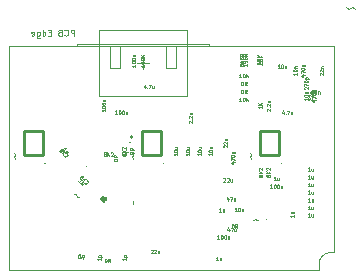
<source format=gbr>
%TF.GenerationSoftware,KiCad,Pcbnew,7.0.10*%
%TF.CreationDate,2024-02-22T14:43:34-08:00*%
%TF.ProjectId,beeper-design,62656570-6572-42d6-9465-7369676e2e6b,rev?*%
%TF.SameCoordinates,Original*%
%TF.FileFunction,AssemblyDrawing,Top*%
%FSLAX46Y46*%
G04 Gerber Fmt 4.6, Leading zero omitted, Abs format (unit mm)*
G04 Created by KiCad (PCBNEW 7.0.10) date 2024-02-22 14:43:34*
%MOMM*%
%LPD*%
G01*
G04 APERTURE LIST*
%ADD10C,0.075000*%
%ADD11C,0.100000*%
%ADD12C,0.060000*%
%ADD13C,0.254000*%
%ADD14C,0.150000*%
%ADD15C,0.300000*%
%ADD16C,0.102000*%
%TA.AperFunction,Profile*%
%ADD17C,0.050000*%
%TD*%
G04 APERTURE END LIST*
D10*
X143897684Y-109731910D02*
X143911970Y-109717624D01*
X143911970Y-109717624D02*
X143940542Y-109703338D01*
X143940542Y-109703338D02*
X144011970Y-109703338D01*
X144011970Y-109703338D02*
X144040542Y-109717624D01*
X144040542Y-109717624D02*
X144054827Y-109731910D01*
X144054827Y-109731910D02*
X144069113Y-109760481D01*
X144069113Y-109760481D02*
X144069113Y-109789053D01*
X144069113Y-109789053D02*
X144054827Y-109831910D01*
X144054827Y-109831910D02*
X143883399Y-110003338D01*
X143883399Y-110003338D02*
X144069113Y-110003338D01*
X144183398Y-109731910D02*
X144197684Y-109717624D01*
X144197684Y-109717624D02*
X144226256Y-109703338D01*
X144226256Y-109703338D02*
X144297684Y-109703338D01*
X144297684Y-109703338D02*
X144326256Y-109717624D01*
X144326256Y-109717624D02*
X144340541Y-109731910D01*
X144340541Y-109731910D02*
X144354827Y-109760481D01*
X144354827Y-109760481D02*
X144354827Y-109789053D01*
X144354827Y-109789053D02*
X144340541Y-109831910D01*
X144340541Y-109831910D02*
X144169113Y-110003338D01*
X144169113Y-110003338D02*
X144354827Y-110003338D01*
X144611970Y-109803338D02*
X144611970Y-110003338D01*
X144483398Y-109803338D02*
X144483398Y-109960481D01*
X144483398Y-109960481D02*
X144497684Y-109989053D01*
X144497684Y-109989053D02*
X144526255Y-110003338D01*
X144526255Y-110003338D02*
X144569112Y-110003338D01*
X144569112Y-110003338D02*
X144597684Y-109989053D01*
X144597684Y-109989053D02*
X144611970Y-109974767D01*
X141011913Y-105052633D02*
X140997627Y-105038347D01*
X140997627Y-105038347D02*
X140983341Y-105009776D01*
X140983341Y-105009776D02*
X140983341Y-104938347D01*
X140983341Y-104938347D02*
X140997627Y-104909776D01*
X140997627Y-104909776D02*
X141011913Y-104895490D01*
X141011913Y-104895490D02*
X141040484Y-104881204D01*
X141040484Y-104881204D02*
X141069056Y-104881204D01*
X141069056Y-104881204D02*
X141111913Y-104895490D01*
X141111913Y-104895490D02*
X141283341Y-105066918D01*
X141283341Y-105066918D02*
X141283341Y-104881204D01*
X141254770Y-104752633D02*
X141269056Y-104738347D01*
X141269056Y-104738347D02*
X141283341Y-104752633D01*
X141283341Y-104752633D02*
X141269056Y-104766919D01*
X141269056Y-104766919D02*
X141254770Y-104752633D01*
X141254770Y-104752633D02*
X141283341Y-104752633D01*
X141011913Y-104624062D02*
X140997627Y-104609776D01*
X140997627Y-104609776D02*
X140983341Y-104581205D01*
X140983341Y-104581205D02*
X140983341Y-104509776D01*
X140983341Y-104509776D02*
X140997627Y-104481205D01*
X140997627Y-104481205D02*
X141011913Y-104466919D01*
X141011913Y-104466919D02*
X141040484Y-104452633D01*
X141040484Y-104452633D02*
X141069056Y-104452633D01*
X141069056Y-104452633D02*
X141111913Y-104466919D01*
X141111913Y-104466919D02*
X141283341Y-104638347D01*
X141283341Y-104638347D02*
X141283341Y-104452633D01*
X141083341Y-104195491D02*
X141283341Y-104195491D01*
X141083341Y-104324062D02*
X141240484Y-104324062D01*
X141240484Y-104324062D02*
X141269056Y-104309776D01*
X141269056Y-104309776D02*
X141283341Y-104281205D01*
X141283341Y-104281205D02*
X141283341Y-104238348D01*
X141283341Y-104238348D02*
X141269056Y-104209776D01*
X141269056Y-104209776D02*
X141254770Y-104195491D01*
X134915855Y-104281645D02*
X134744426Y-104281645D01*
X134830141Y-104281645D02*
X134830141Y-103981645D01*
X134830141Y-103981645D02*
X134801569Y-104024502D01*
X134801569Y-104024502D02*
X134772998Y-104053074D01*
X134772998Y-104053074D02*
X134744426Y-104067360D01*
X135101569Y-103981645D02*
X135130140Y-103981645D01*
X135130140Y-103981645D02*
X135158712Y-103995931D01*
X135158712Y-103995931D02*
X135172998Y-104010217D01*
X135172998Y-104010217D02*
X135187283Y-104038788D01*
X135187283Y-104038788D02*
X135201569Y-104095931D01*
X135201569Y-104095931D02*
X135201569Y-104167360D01*
X135201569Y-104167360D02*
X135187283Y-104224502D01*
X135187283Y-104224502D02*
X135172998Y-104253074D01*
X135172998Y-104253074D02*
X135158712Y-104267360D01*
X135158712Y-104267360D02*
X135130140Y-104281645D01*
X135130140Y-104281645D02*
X135101569Y-104281645D01*
X135101569Y-104281645D02*
X135072998Y-104267360D01*
X135072998Y-104267360D02*
X135058712Y-104253074D01*
X135058712Y-104253074D02*
X135044426Y-104224502D01*
X135044426Y-104224502D02*
X135030140Y-104167360D01*
X135030140Y-104167360D02*
X135030140Y-104095931D01*
X135030140Y-104095931D02*
X135044426Y-104038788D01*
X135044426Y-104038788D02*
X135058712Y-104010217D01*
X135058712Y-104010217D02*
X135072998Y-103995931D01*
X135072998Y-103995931D02*
X135101569Y-103981645D01*
X135387283Y-103981645D02*
X135415854Y-103981645D01*
X135415854Y-103981645D02*
X135444426Y-103995931D01*
X135444426Y-103995931D02*
X135458712Y-104010217D01*
X135458712Y-104010217D02*
X135472997Y-104038788D01*
X135472997Y-104038788D02*
X135487283Y-104095931D01*
X135487283Y-104095931D02*
X135487283Y-104167360D01*
X135487283Y-104167360D02*
X135472997Y-104224502D01*
X135472997Y-104224502D02*
X135458712Y-104253074D01*
X135458712Y-104253074D02*
X135444426Y-104267360D01*
X135444426Y-104267360D02*
X135415854Y-104281645D01*
X135415854Y-104281645D02*
X135387283Y-104281645D01*
X135387283Y-104281645D02*
X135358712Y-104267360D01*
X135358712Y-104267360D02*
X135344426Y-104253074D01*
X135344426Y-104253074D02*
X135330140Y-104224502D01*
X135330140Y-104224502D02*
X135315854Y-104167360D01*
X135315854Y-104167360D02*
X135315854Y-104095931D01*
X135315854Y-104095931D02*
X135330140Y-104038788D01*
X135330140Y-104038788D02*
X135344426Y-104010217D01*
X135344426Y-104010217D02*
X135358712Y-103995931D01*
X135358712Y-103995931D02*
X135387283Y-103981645D01*
X135615854Y-104081645D02*
X135615854Y-104281645D01*
X135615854Y-104110217D02*
X135630140Y-104095931D01*
X135630140Y-104095931D02*
X135658711Y-104081645D01*
X135658711Y-104081645D02*
X135701568Y-104081645D01*
X135701568Y-104081645D02*
X135730140Y-104095931D01*
X135730140Y-104095931D02*
X135744426Y-104124502D01*
X135744426Y-104124502D02*
X135744426Y-104281645D01*
X131873207Y-109603966D02*
X131863106Y-109573661D01*
X131863106Y-109573661D02*
X131863106Y-109553458D01*
X131863106Y-109553458D02*
X131873207Y-109523153D01*
X131873207Y-109523153D02*
X131883309Y-109513052D01*
X131883309Y-109513052D02*
X131913613Y-109502950D01*
X131913613Y-109502950D02*
X131933816Y-109502950D01*
X131933816Y-109502950D02*
X131964121Y-109513052D01*
X131964121Y-109513052D02*
X132004527Y-109553458D01*
X132004527Y-109553458D02*
X132014628Y-109583763D01*
X132014628Y-109583763D02*
X132014628Y-109603966D01*
X132014628Y-109603966D02*
X132004527Y-109634270D01*
X132004527Y-109634270D02*
X131994425Y-109644372D01*
X131994425Y-109644372D02*
X131964121Y-109654473D01*
X131964121Y-109654473D02*
X131943918Y-109654473D01*
X131943918Y-109654473D02*
X131913613Y-109644372D01*
X131913613Y-109644372D02*
X131873207Y-109603966D01*
X131873207Y-109603966D02*
X131842903Y-109593864D01*
X131842903Y-109593864D02*
X131822699Y-109593864D01*
X131822699Y-109593864D02*
X131792395Y-109603966D01*
X131792395Y-109603966D02*
X131751989Y-109644372D01*
X131751989Y-109644372D02*
X131741887Y-109674676D01*
X131741887Y-109674676D02*
X131741887Y-109694879D01*
X131741887Y-109694879D02*
X131751989Y-109725184D01*
X131751989Y-109725184D02*
X131792395Y-109765590D01*
X131792395Y-109765590D02*
X131822699Y-109775692D01*
X131822699Y-109775692D02*
X131842903Y-109775692D01*
X131842903Y-109775692D02*
X131873207Y-109765590D01*
X131873207Y-109765590D02*
X131913613Y-109725184D01*
X131913613Y-109725184D02*
X131923715Y-109694879D01*
X131923715Y-109694879D02*
X131923715Y-109674676D01*
X131923715Y-109674676D02*
X131913613Y-109644372D01*
X131923715Y-109896910D02*
X132135847Y-109684778D01*
X132044933Y-110018128D02*
X132075237Y-109805996D01*
X132257065Y-109805996D02*
X132014628Y-109805996D01*
X132317674Y-109907011D02*
X132337877Y-109907011D01*
X132337877Y-109907011D02*
X132368182Y-109917113D01*
X132368182Y-109917113D02*
X132418689Y-109967620D01*
X132418689Y-109967620D02*
X132428791Y-109997925D01*
X132428791Y-109997925D02*
X132428791Y-110018128D01*
X132428791Y-110018128D02*
X132418689Y-110048433D01*
X132418689Y-110048433D02*
X132398486Y-110068636D01*
X132398486Y-110068636D02*
X132358080Y-110088839D01*
X132358080Y-110088839D02*
X132115643Y-110088839D01*
X132115643Y-110088839D02*
X132246963Y-110220159D01*
X143939972Y-107097535D02*
X143925686Y-107083249D01*
X143925686Y-107083249D02*
X143911400Y-107054678D01*
X143911400Y-107054678D02*
X143911400Y-106983249D01*
X143911400Y-106983249D02*
X143925686Y-106954678D01*
X143925686Y-106954678D02*
X143939972Y-106940392D01*
X143939972Y-106940392D02*
X143968543Y-106926106D01*
X143968543Y-106926106D02*
X143997115Y-106926106D01*
X143997115Y-106926106D02*
X144039972Y-106940392D01*
X144039972Y-106940392D02*
X144211400Y-107111820D01*
X144211400Y-107111820D02*
X144211400Y-106926106D01*
X143939972Y-106811821D02*
X143925686Y-106797535D01*
X143925686Y-106797535D02*
X143911400Y-106768964D01*
X143911400Y-106768964D02*
X143911400Y-106697535D01*
X143911400Y-106697535D02*
X143925686Y-106668964D01*
X143925686Y-106668964D02*
X143939972Y-106654678D01*
X143939972Y-106654678D02*
X143968543Y-106640392D01*
X143968543Y-106640392D02*
X143997115Y-106640392D01*
X143997115Y-106640392D02*
X144039972Y-106654678D01*
X144039972Y-106654678D02*
X144211400Y-106826106D01*
X144211400Y-106826106D02*
X144211400Y-106640392D01*
X144011400Y-106383250D02*
X144211400Y-106383250D01*
X144011400Y-106511821D02*
X144168543Y-106511821D01*
X144168543Y-106511821D02*
X144197115Y-106497535D01*
X144197115Y-106497535D02*
X144211400Y-106468964D01*
X144211400Y-106468964D02*
X144211400Y-106426107D01*
X144211400Y-106426107D02*
X144197115Y-106397535D01*
X144197115Y-106397535D02*
X144182829Y-106383250D01*
X147024172Y-99907214D02*
X147024172Y-100078643D01*
X147024172Y-99992928D02*
X146724172Y-99992928D01*
X146724172Y-99992928D02*
X146767029Y-100021500D01*
X146767029Y-100021500D02*
X146795601Y-100050071D01*
X146795601Y-100050071D02*
X146809887Y-100078643D01*
X146724172Y-99721500D02*
X146724172Y-99692929D01*
X146724172Y-99692929D02*
X146738458Y-99664357D01*
X146738458Y-99664357D02*
X146752744Y-99650072D01*
X146752744Y-99650072D02*
X146781315Y-99635786D01*
X146781315Y-99635786D02*
X146838458Y-99621500D01*
X146838458Y-99621500D02*
X146909887Y-99621500D01*
X146909887Y-99621500D02*
X146967029Y-99635786D01*
X146967029Y-99635786D02*
X146995601Y-99650072D01*
X146995601Y-99650072D02*
X147009887Y-99664357D01*
X147009887Y-99664357D02*
X147024172Y-99692929D01*
X147024172Y-99692929D02*
X147024172Y-99721500D01*
X147024172Y-99721500D02*
X147009887Y-99750072D01*
X147009887Y-99750072D02*
X146995601Y-99764357D01*
X146995601Y-99764357D02*
X146967029Y-99778643D01*
X146967029Y-99778643D02*
X146909887Y-99792929D01*
X146909887Y-99792929D02*
X146838458Y-99792929D01*
X146838458Y-99792929D02*
X146781315Y-99778643D01*
X146781315Y-99778643D02*
X146752744Y-99764357D01*
X146752744Y-99764357D02*
X146738458Y-99750072D01*
X146738458Y-99750072D02*
X146724172Y-99721500D01*
X147024172Y-99492929D02*
X146724172Y-99492929D01*
X147024172Y-99321500D02*
X146852744Y-99450072D01*
X146724172Y-99321500D02*
X146895601Y-99492929D01*
D11*
X146411027Y-113288466D02*
X146458646Y-113240847D01*
X146458646Y-113240847D02*
X146553884Y-113193228D01*
X146553884Y-113193228D02*
X146744360Y-113288466D01*
X146744360Y-113288466D02*
X146839598Y-113240847D01*
X146839598Y-113240847D02*
X146887217Y-113193228D01*
D10*
X148665622Y-100391478D02*
X148494193Y-100391478D01*
X148579908Y-100391478D02*
X148579908Y-100091478D01*
X148579908Y-100091478D02*
X148551336Y-100134335D01*
X148551336Y-100134335D02*
X148522765Y-100162907D01*
X148522765Y-100162907D02*
X148494193Y-100177193D01*
X148851336Y-100091478D02*
X148879907Y-100091478D01*
X148879907Y-100091478D02*
X148908479Y-100105764D01*
X148908479Y-100105764D02*
X148922765Y-100120050D01*
X148922765Y-100120050D02*
X148937050Y-100148621D01*
X148937050Y-100148621D02*
X148951336Y-100205764D01*
X148951336Y-100205764D02*
X148951336Y-100277193D01*
X148951336Y-100277193D02*
X148937050Y-100334335D01*
X148937050Y-100334335D02*
X148922765Y-100362907D01*
X148922765Y-100362907D02*
X148908479Y-100377193D01*
X148908479Y-100377193D02*
X148879907Y-100391478D01*
X148879907Y-100391478D02*
X148851336Y-100391478D01*
X148851336Y-100391478D02*
X148822765Y-100377193D01*
X148822765Y-100377193D02*
X148808479Y-100362907D01*
X148808479Y-100362907D02*
X148794193Y-100334335D01*
X148794193Y-100334335D02*
X148779907Y-100277193D01*
X148779907Y-100277193D02*
X148779907Y-100205764D01*
X148779907Y-100205764D02*
X148794193Y-100148621D01*
X148794193Y-100148621D02*
X148808479Y-100120050D01*
X148808479Y-100120050D02*
X148822765Y-100105764D01*
X148822765Y-100105764D02*
X148851336Y-100091478D01*
X149208479Y-100191478D02*
X149208479Y-100391478D01*
X149079907Y-100191478D02*
X149079907Y-100348621D01*
X149079907Y-100348621D02*
X149094193Y-100377193D01*
X149094193Y-100377193D02*
X149122764Y-100391478D01*
X149122764Y-100391478D02*
X149165621Y-100391478D01*
X149165621Y-100391478D02*
X149194193Y-100377193D01*
X149194193Y-100377193D02*
X149208479Y-100362907D01*
X150577911Y-100966324D02*
X150777911Y-100966324D01*
X150463626Y-101037752D02*
X150677911Y-101109181D01*
X150677911Y-101109181D02*
X150677911Y-100923466D01*
X150477911Y-100837752D02*
X150477911Y-100637752D01*
X150477911Y-100637752D02*
X150777911Y-100766324D01*
X150477911Y-100466324D02*
X150477911Y-100437753D01*
X150477911Y-100437753D02*
X150492197Y-100409181D01*
X150492197Y-100409181D02*
X150506483Y-100394896D01*
X150506483Y-100394896D02*
X150535054Y-100380610D01*
X150535054Y-100380610D02*
X150592197Y-100366324D01*
X150592197Y-100366324D02*
X150663626Y-100366324D01*
X150663626Y-100366324D02*
X150720768Y-100380610D01*
X150720768Y-100380610D02*
X150749340Y-100394896D01*
X150749340Y-100394896D02*
X150763626Y-100409181D01*
X150763626Y-100409181D02*
X150777911Y-100437753D01*
X150777911Y-100437753D02*
X150777911Y-100466324D01*
X150777911Y-100466324D02*
X150763626Y-100494896D01*
X150763626Y-100494896D02*
X150749340Y-100509181D01*
X150749340Y-100509181D02*
X150720768Y-100523467D01*
X150720768Y-100523467D02*
X150663626Y-100537753D01*
X150663626Y-100537753D02*
X150592197Y-100537753D01*
X150592197Y-100537753D02*
X150535054Y-100523467D01*
X150535054Y-100523467D02*
X150506483Y-100509181D01*
X150506483Y-100509181D02*
X150492197Y-100494896D01*
X150492197Y-100494896D02*
X150477911Y-100466324D01*
X150577911Y-100237753D02*
X150777911Y-100237753D01*
X150606483Y-100237753D02*
X150592197Y-100223467D01*
X150592197Y-100223467D02*
X150577911Y-100194896D01*
X150577911Y-100194896D02*
X150577911Y-100152039D01*
X150577911Y-100152039D02*
X150592197Y-100123467D01*
X150592197Y-100123467D02*
X150620768Y-100109182D01*
X150620768Y-100109182D02*
X150777911Y-100109182D01*
X151171829Y-103128382D02*
X151157543Y-103114096D01*
X151157543Y-103114096D02*
X151143257Y-103085525D01*
X151143257Y-103085525D02*
X151143257Y-103014096D01*
X151143257Y-103014096D02*
X151157543Y-102985525D01*
X151157543Y-102985525D02*
X151171829Y-102971239D01*
X151171829Y-102971239D02*
X151200400Y-102956953D01*
X151200400Y-102956953D02*
X151228972Y-102956953D01*
X151228972Y-102956953D02*
X151271829Y-102971239D01*
X151271829Y-102971239D02*
X151443257Y-103142667D01*
X151443257Y-103142667D02*
X151443257Y-102956953D01*
X151171829Y-102842668D02*
X151157543Y-102828382D01*
X151157543Y-102828382D02*
X151143257Y-102799811D01*
X151143257Y-102799811D02*
X151143257Y-102728382D01*
X151143257Y-102728382D02*
X151157543Y-102699811D01*
X151157543Y-102699811D02*
X151171829Y-102685525D01*
X151171829Y-102685525D02*
X151200400Y-102671239D01*
X151200400Y-102671239D02*
X151228972Y-102671239D01*
X151228972Y-102671239D02*
X151271829Y-102685525D01*
X151271829Y-102685525D02*
X151443257Y-102856953D01*
X151443257Y-102856953D02*
X151443257Y-102671239D01*
X151243257Y-102542668D02*
X151443257Y-102542668D01*
X151271829Y-102542668D02*
X151257543Y-102528382D01*
X151257543Y-102528382D02*
X151243257Y-102499811D01*
X151243257Y-102499811D02*
X151243257Y-102456954D01*
X151243257Y-102456954D02*
X151257543Y-102428382D01*
X151257543Y-102428382D02*
X151286114Y-102414097D01*
X151286114Y-102414097D02*
X151443257Y-102414097D01*
X151233956Y-112991307D02*
X151062527Y-112991307D01*
X151148242Y-112991307D02*
X151148242Y-112691307D01*
X151148242Y-112691307D02*
X151119670Y-112734164D01*
X151119670Y-112734164D02*
X151091099Y-112762736D01*
X151091099Y-112762736D02*
X151062527Y-112777022D01*
X151491099Y-112791307D02*
X151491099Y-112991307D01*
X151362527Y-112791307D02*
X151362527Y-112948450D01*
X151362527Y-112948450D02*
X151376813Y-112977022D01*
X151376813Y-112977022D02*
X151405384Y-112991307D01*
X151405384Y-112991307D02*
X151448241Y-112991307D01*
X151448241Y-112991307D02*
X151476813Y-112977022D01*
X151476813Y-112977022D02*
X151491099Y-112962736D01*
X133522339Y-116501968D02*
X133522339Y-116673397D01*
X133522339Y-116587682D02*
X133222339Y-116587682D01*
X133222339Y-116587682D02*
X133265196Y-116616254D01*
X133265196Y-116616254D02*
X133293768Y-116644825D01*
X133293768Y-116644825D02*
X133308054Y-116673397D01*
X133322339Y-116373397D02*
X133622339Y-116373397D01*
X133336625Y-116373397D02*
X133322339Y-116344826D01*
X133322339Y-116344826D02*
X133322339Y-116287683D01*
X133322339Y-116287683D02*
X133336625Y-116259111D01*
X133336625Y-116259111D02*
X133350911Y-116244826D01*
X133350911Y-116244826D02*
X133379482Y-116230540D01*
X133379482Y-116230540D02*
X133465196Y-116230540D01*
X133465196Y-116230540D02*
X133493768Y-116244826D01*
X133493768Y-116244826D02*
X133508054Y-116259111D01*
X133508054Y-116259111D02*
X133522339Y-116287683D01*
X133522339Y-116287683D02*
X133522339Y-116344826D01*
X133522339Y-116344826D02*
X133508054Y-116373397D01*
X137299628Y-101905011D02*
X137299628Y-102105011D01*
X137228199Y-101790726D02*
X137156770Y-102005011D01*
X137156770Y-102005011D02*
X137342485Y-102005011D01*
X137456770Y-102076440D02*
X137471056Y-102090726D01*
X137471056Y-102090726D02*
X137456770Y-102105011D01*
X137456770Y-102105011D02*
X137442484Y-102090726D01*
X137442484Y-102090726D02*
X137456770Y-102076440D01*
X137456770Y-102076440D02*
X137456770Y-102105011D01*
X137571056Y-101805011D02*
X137771056Y-101805011D01*
X137771056Y-101805011D02*
X137642484Y-102105011D01*
X138013913Y-101905011D02*
X138013913Y-102105011D01*
X137885341Y-101905011D02*
X137885341Y-102062154D01*
X137885341Y-102062154D02*
X137899627Y-102090726D01*
X137899627Y-102090726D02*
X137928198Y-102105011D01*
X137928198Y-102105011D02*
X137971055Y-102105011D01*
X137971055Y-102105011D02*
X137999627Y-102090726D01*
X137999627Y-102090726D02*
X138013913Y-102076440D01*
X148047129Y-110549144D02*
X147875700Y-110549144D01*
X147961415Y-110549144D02*
X147961415Y-110249144D01*
X147961415Y-110249144D02*
X147932843Y-110292001D01*
X147932843Y-110292001D02*
X147904272Y-110320573D01*
X147904272Y-110320573D02*
X147875700Y-110334859D01*
X148232843Y-110249144D02*
X148261414Y-110249144D01*
X148261414Y-110249144D02*
X148289986Y-110263430D01*
X148289986Y-110263430D02*
X148304272Y-110277716D01*
X148304272Y-110277716D02*
X148318557Y-110306287D01*
X148318557Y-110306287D02*
X148332843Y-110363430D01*
X148332843Y-110363430D02*
X148332843Y-110434859D01*
X148332843Y-110434859D02*
X148318557Y-110492001D01*
X148318557Y-110492001D02*
X148304272Y-110520573D01*
X148304272Y-110520573D02*
X148289986Y-110534859D01*
X148289986Y-110534859D02*
X148261414Y-110549144D01*
X148261414Y-110549144D02*
X148232843Y-110549144D01*
X148232843Y-110549144D02*
X148204272Y-110534859D01*
X148204272Y-110534859D02*
X148189986Y-110520573D01*
X148189986Y-110520573D02*
X148175700Y-110492001D01*
X148175700Y-110492001D02*
X148161414Y-110434859D01*
X148161414Y-110434859D02*
X148161414Y-110363430D01*
X148161414Y-110363430D02*
X148175700Y-110306287D01*
X148175700Y-110306287D02*
X148189986Y-110277716D01*
X148189986Y-110277716D02*
X148204272Y-110263430D01*
X148204272Y-110263430D02*
X148232843Y-110249144D01*
X148518557Y-110249144D02*
X148547128Y-110249144D01*
X148547128Y-110249144D02*
X148575700Y-110263430D01*
X148575700Y-110263430D02*
X148589986Y-110277716D01*
X148589986Y-110277716D02*
X148604271Y-110306287D01*
X148604271Y-110306287D02*
X148618557Y-110363430D01*
X148618557Y-110363430D02*
X148618557Y-110434859D01*
X148618557Y-110434859D02*
X148604271Y-110492001D01*
X148604271Y-110492001D02*
X148589986Y-110520573D01*
X148589986Y-110520573D02*
X148575700Y-110534859D01*
X148575700Y-110534859D02*
X148547128Y-110549144D01*
X148547128Y-110549144D02*
X148518557Y-110549144D01*
X148518557Y-110549144D02*
X148489986Y-110534859D01*
X148489986Y-110534859D02*
X148475700Y-110520573D01*
X148475700Y-110520573D02*
X148461414Y-110492001D01*
X148461414Y-110492001D02*
X148447128Y-110434859D01*
X148447128Y-110434859D02*
X148447128Y-110363430D01*
X148447128Y-110363430D02*
X148461414Y-110306287D01*
X148461414Y-110306287D02*
X148475700Y-110277716D01*
X148475700Y-110277716D02*
X148489986Y-110263430D01*
X148489986Y-110263430D02*
X148518557Y-110249144D01*
X148747128Y-110349144D02*
X148747128Y-110549144D01*
X148747128Y-110377716D02*
X148761414Y-110363430D01*
X148761414Y-110363430D02*
X148789985Y-110349144D01*
X148789985Y-110349144D02*
X148832842Y-110349144D01*
X148832842Y-110349144D02*
X148861414Y-110363430D01*
X148861414Y-110363430D02*
X148875700Y-110392001D01*
X148875700Y-110392001D02*
X148875700Y-110549144D01*
X145422616Y-103192983D02*
X145251187Y-103192983D01*
X145336902Y-103192983D02*
X145336902Y-102892983D01*
X145336902Y-102892983D02*
X145308330Y-102935840D01*
X145308330Y-102935840D02*
X145279759Y-102964412D01*
X145279759Y-102964412D02*
X145251187Y-102978698D01*
X145608330Y-102892983D02*
X145636901Y-102892983D01*
X145636901Y-102892983D02*
X145665473Y-102907269D01*
X145665473Y-102907269D02*
X145679759Y-102921555D01*
X145679759Y-102921555D02*
X145694044Y-102950126D01*
X145694044Y-102950126D02*
X145708330Y-103007269D01*
X145708330Y-103007269D02*
X145708330Y-103078698D01*
X145708330Y-103078698D02*
X145694044Y-103135840D01*
X145694044Y-103135840D02*
X145679759Y-103164412D01*
X145679759Y-103164412D02*
X145665473Y-103178698D01*
X145665473Y-103178698D02*
X145636901Y-103192983D01*
X145636901Y-103192983D02*
X145608330Y-103192983D01*
X145608330Y-103192983D02*
X145579759Y-103178698D01*
X145579759Y-103178698D02*
X145565473Y-103164412D01*
X145565473Y-103164412D02*
X145551187Y-103135840D01*
X145551187Y-103135840D02*
X145536901Y-103078698D01*
X145536901Y-103078698D02*
X145536901Y-103007269D01*
X145536901Y-103007269D02*
X145551187Y-102950126D01*
X145551187Y-102950126D02*
X145565473Y-102921555D01*
X145565473Y-102921555D02*
X145579759Y-102907269D01*
X145579759Y-102907269D02*
X145608330Y-102892983D01*
X145836901Y-103192983D02*
X145836901Y-102892983D01*
X146008330Y-103192983D02*
X145879758Y-103021555D01*
X146008330Y-102892983D02*
X145836901Y-103064412D01*
X135996718Y-107589928D02*
X135996718Y-107561357D01*
X135996718Y-107561357D02*
X136011004Y-107532785D01*
X136011004Y-107532785D02*
X136025290Y-107518500D01*
X136025290Y-107518500D02*
X136053861Y-107504214D01*
X136053861Y-107504214D02*
X136111004Y-107489928D01*
X136111004Y-107489928D02*
X136182433Y-107489928D01*
X136182433Y-107489928D02*
X136239575Y-107504214D01*
X136239575Y-107504214D02*
X136268147Y-107518500D01*
X136268147Y-107518500D02*
X136282433Y-107532785D01*
X136282433Y-107532785D02*
X136296718Y-107561357D01*
X136296718Y-107561357D02*
X136296718Y-107589928D01*
X136296718Y-107589928D02*
X136282433Y-107618500D01*
X136282433Y-107618500D02*
X136268147Y-107632785D01*
X136268147Y-107632785D02*
X136239575Y-107647071D01*
X136239575Y-107647071D02*
X136182433Y-107661357D01*
X136182433Y-107661357D02*
X136111004Y-107661357D01*
X136111004Y-107661357D02*
X136053861Y-107647071D01*
X136053861Y-107647071D02*
X136025290Y-107632785D01*
X136025290Y-107632785D02*
X136011004Y-107618500D01*
X136011004Y-107618500D02*
X135996718Y-107589928D01*
X136296718Y-107189928D02*
X136153861Y-107289928D01*
X136296718Y-107361357D02*
X135996718Y-107361357D01*
X135996718Y-107361357D02*
X135996718Y-107247071D01*
X135996718Y-107247071D02*
X136011004Y-107218500D01*
X136011004Y-107218500D02*
X136025290Y-107204214D01*
X136025290Y-107204214D02*
X136053861Y-107189928D01*
X136053861Y-107189928D02*
X136096718Y-107189928D01*
X136096718Y-107189928D02*
X136125290Y-107204214D01*
X136125290Y-107204214D02*
X136139575Y-107218500D01*
X136139575Y-107218500D02*
X136153861Y-107247071D01*
X136153861Y-107247071D02*
X136153861Y-107361357D01*
X151233956Y-112348052D02*
X151062527Y-112348052D01*
X151148242Y-112348052D02*
X151148242Y-112048052D01*
X151148242Y-112048052D02*
X151119670Y-112090909D01*
X151119670Y-112090909D02*
X151091099Y-112119481D01*
X151091099Y-112119481D02*
X151062527Y-112133767D01*
X151491099Y-112148052D02*
X151491099Y-112348052D01*
X151362527Y-112148052D02*
X151362527Y-112305195D01*
X151362527Y-112305195D02*
X151376813Y-112333767D01*
X151376813Y-112333767D02*
X151405384Y-112348052D01*
X151405384Y-112348052D02*
X151448241Y-112348052D01*
X151448241Y-112348052D02*
X151476813Y-112333767D01*
X151476813Y-112333767D02*
X151491099Y-112319481D01*
X151229878Y-110409259D02*
X151058449Y-110409259D01*
X151144164Y-110409259D02*
X151144164Y-110109259D01*
X151144164Y-110109259D02*
X151115592Y-110152116D01*
X151115592Y-110152116D02*
X151087021Y-110180688D01*
X151087021Y-110180688D02*
X151058449Y-110194974D01*
X151487021Y-110209259D02*
X151487021Y-110409259D01*
X151358449Y-110209259D02*
X151358449Y-110366402D01*
X151358449Y-110366402D02*
X151372735Y-110394974D01*
X151372735Y-110394974D02*
X151401306Y-110409259D01*
X151401306Y-110409259D02*
X151444163Y-110409259D01*
X151444163Y-110409259D02*
X151472735Y-110394974D01*
X151472735Y-110394974D02*
X151487021Y-110380688D01*
X133841065Y-107648495D02*
X133812494Y-107634209D01*
X133812494Y-107634209D02*
X133798208Y-107619923D01*
X133798208Y-107619923D02*
X133783922Y-107591352D01*
X133783922Y-107591352D02*
X133783922Y-107577066D01*
X133783922Y-107577066D02*
X133798208Y-107548495D01*
X133798208Y-107548495D02*
X133812494Y-107534209D01*
X133812494Y-107534209D02*
X133841065Y-107519923D01*
X133841065Y-107519923D02*
X133898208Y-107519923D01*
X133898208Y-107519923D02*
X133926780Y-107534209D01*
X133926780Y-107534209D02*
X133941065Y-107548495D01*
X133941065Y-107548495D02*
X133955351Y-107577066D01*
X133955351Y-107577066D02*
X133955351Y-107591352D01*
X133955351Y-107591352D02*
X133941065Y-107619923D01*
X133941065Y-107619923D02*
X133926780Y-107634209D01*
X133926780Y-107634209D02*
X133898208Y-107648495D01*
X133898208Y-107648495D02*
X133841065Y-107648495D01*
X133841065Y-107648495D02*
X133812494Y-107662780D01*
X133812494Y-107662780D02*
X133798208Y-107677066D01*
X133798208Y-107677066D02*
X133783922Y-107705638D01*
X133783922Y-107705638D02*
X133783922Y-107762780D01*
X133783922Y-107762780D02*
X133798208Y-107791352D01*
X133798208Y-107791352D02*
X133812494Y-107805638D01*
X133812494Y-107805638D02*
X133841065Y-107819923D01*
X133841065Y-107819923D02*
X133898208Y-107819923D01*
X133898208Y-107819923D02*
X133926780Y-107805638D01*
X133926780Y-107805638D02*
X133941065Y-107791352D01*
X133941065Y-107791352D02*
X133955351Y-107762780D01*
X133955351Y-107762780D02*
X133955351Y-107705638D01*
X133955351Y-107705638D02*
X133941065Y-107677066D01*
X133941065Y-107677066D02*
X133926780Y-107662780D01*
X133926780Y-107662780D02*
X133898208Y-107648495D01*
X134083922Y-107819923D02*
X134083922Y-107519923D01*
X134255351Y-107819923D02*
X134126779Y-107648495D01*
X134255351Y-107519923D02*
X134083922Y-107691352D01*
X134369636Y-107548495D02*
X134383922Y-107534209D01*
X134383922Y-107534209D02*
X134412494Y-107519923D01*
X134412494Y-107519923D02*
X134483922Y-107519923D01*
X134483922Y-107519923D02*
X134512494Y-107534209D01*
X134512494Y-107534209D02*
X134526779Y-107548495D01*
X134526779Y-107548495D02*
X134541065Y-107577066D01*
X134541065Y-107577066D02*
X134541065Y-107605638D01*
X134541065Y-107605638D02*
X134526779Y-107648495D01*
X134526779Y-107648495D02*
X134355351Y-107819923D01*
X134355351Y-107819923D02*
X134541065Y-107819923D01*
D11*
X131276010Y-111051619D02*
X131343353Y-111051619D01*
X131343353Y-111051619D02*
X131444369Y-111085291D01*
X131444369Y-111085291D02*
X131511712Y-111287321D01*
X131511712Y-111287321D02*
X131612727Y-111320993D01*
X131612727Y-111320993D02*
X131680071Y-111320993D01*
D10*
X144651929Y-108342492D02*
X144851929Y-108342492D01*
X144537644Y-108413920D02*
X144751929Y-108485349D01*
X144751929Y-108485349D02*
X144751929Y-108299634D01*
X144551929Y-108213920D02*
X144551929Y-108013920D01*
X144551929Y-108013920D02*
X144851929Y-108142492D01*
X144551929Y-107842492D02*
X144551929Y-107813921D01*
X144551929Y-107813921D02*
X144566215Y-107785349D01*
X144566215Y-107785349D02*
X144580501Y-107771064D01*
X144580501Y-107771064D02*
X144609072Y-107756778D01*
X144609072Y-107756778D02*
X144666215Y-107742492D01*
X144666215Y-107742492D02*
X144737644Y-107742492D01*
X144737644Y-107742492D02*
X144794786Y-107756778D01*
X144794786Y-107756778D02*
X144823358Y-107771064D01*
X144823358Y-107771064D02*
X144837644Y-107785349D01*
X144837644Y-107785349D02*
X144851929Y-107813921D01*
X144851929Y-107813921D02*
X144851929Y-107842492D01*
X144851929Y-107842492D02*
X144837644Y-107871064D01*
X144837644Y-107871064D02*
X144823358Y-107885349D01*
X144823358Y-107885349D02*
X144794786Y-107899635D01*
X144794786Y-107899635D02*
X144737644Y-107913921D01*
X144737644Y-107913921D02*
X144666215Y-107913921D01*
X144666215Y-107913921D02*
X144609072Y-107899635D01*
X144609072Y-107899635D02*
X144580501Y-107885349D01*
X144580501Y-107885349D02*
X144566215Y-107871064D01*
X144566215Y-107871064D02*
X144551929Y-107842492D01*
X144651929Y-107613921D02*
X144851929Y-107613921D01*
X144680501Y-107613921D02*
X144666215Y-107599635D01*
X144666215Y-107599635D02*
X144651929Y-107571064D01*
X144651929Y-107571064D02*
X144651929Y-107528207D01*
X144651929Y-107528207D02*
X144666215Y-107499635D01*
X144666215Y-107499635D02*
X144694786Y-107485350D01*
X144694786Y-107485350D02*
X144851929Y-107485350D01*
D11*
X126271366Y-108088972D02*
X126223747Y-108041353D01*
X126223747Y-108041353D02*
X126176128Y-107946115D01*
X126176128Y-107946115D02*
X126271366Y-107755639D01*
X126271366Y-107755639D02*
X126223747Y-107660401D01*
X126223747Y-107660401D02*
X126176128Y-107612782D01*
D10*
X136443383Y-100107423D02*
X136443383Y-100278852D01*
X136443383Y-100193137D02*
X136143383Y-100193137D01*
X136143383Y-100193137D02*
X136186240Y-100221709D01*
X136186240Y-100221709D02*
X136214812Y-100250280D01*
X136214812Y-100250280D02*
X136229098Y-100278852D01*
X136143383Y-99921709D02*
X136143383Y-99893138D01*
X136143383Y-99893138D02*
X136157669Y-99864566D01*
X136157669Y-99864566D02*
X136171955Y-99850281D01*
X136171955Y-99850281D02*
X136200526Y-99835995D01*
X136200526Y-99835995D02*
X136257669Y-99821709D01*
X136257669Y-99821709D02*
X136329098Y-99821709D01*
X136329098Y-99821709D02*
X136386240Y-99835995D01*
X136386240Y-99835995D02*
X136414812Y-99850281D01*
X136414812Y-99850281D02*
X136429098Y-99864566D01*
X136429098Y-99864566D02*
X136443383Y-99893138D01*
X136443383Y-99893138D02*
X136443383Y-99921709D01*
X136443383Y-99921709D02*
X136429098Y-99950281D01*
X136429098Y-99950281D02*
X136414812Y-99964566D01*
X136414812Y-99964566D02*
X136386240Y-99978852D01*
X136386240Y-99978852D02*
X136329098Y-99993138D01*
X136329098Y-99993138D02*
X136257669Y-99993138D01*
X136257669Y-99993138D02*
X136200526Y-99978852D01*
X136200526Y-99978852D02*
X136171955Y-99964566D01*
X136171955Y-99964566D02*
X136157669Y-99950281D01*
X136157669Y-99950281D02*
X136143383Y-99921709D01*
X136143383Y-99635995D02*
X136143383Y-99607424D01*
X136143383Y-99607424D02*
X136157669Y-99578852D01*
X136157669Y-99578852D02*
X136171955Y-99564567D01*
X136171955Y-99564567D02*
X136200526Y-99550281D01*
X136200526Y-99550281D02*
X136257669Y-99535995D01*
X136257669Y-99535995D02*
X136329098Y-99535995D01*
X136329098Y-99535995D02*
X136386240Y-99550281D01*
X136386240Y-99550281D02*
X136414812Y-99564567D01*
X136414812Y-99564567D02*
X136429098Y-99578852D01*
X136429098Y-99578852D02*
X136443383Y-99607424D01*
X136443383Y-99607424D02*
X136443383Y-99635995D01*
X136443383Y-99635995D02*
X136429098Y-99664567D01*
X136429098Y-99664567D02*
X136414812Y-99678852D01*
X136414812Y-99678852D02*
X136386240Y-99693138D01*
X136386240Y-99693138D02*
X136329098Y-99707424D01*
X136329098Y-99707424D02*
X136257669Y-99707424D01*
X136257669Y-99707424D02*
X136200526Y-99693138D01*
X136200526Y-99693138D02*
X136171955Y-99678852D01*
X136171955Y-99678852D02*
X136157669Y-99664567D01*
X136157669Y-99664567D02*
X136143383Y-99635995D01*
X136243383Y-99407424D02*
X136443383Y-99407424D01*
X136271955Y-99407424D02*
X136257669Y-99393138D01*
X136257669Y-99393138D02*
X136243383Y-99364567D01*
X136243383Y-99364567D02*
X136243383Y-99321710D01*
X136243383Y-99321710D02*
X136257669Y-99293138D01*
X136257669Y-99293138D02*
X136286240Y-99278853D01*
X136286240Y-99278853D02*
X136443383Y-99278853D01*
X142936459Y-107607484D02*
X142936459Y-107778913D01*
X142936459Y-107693198D02*
X142636459Y-107693198D01*
X142636459Y-107693198D02*
X142679316Y-107721770D01*
X142679316Y-107721770D02*
X142707888Y-107750341D01*
X142707888Y-107750341D02*
X142722174Y-107778913D01*
X142636459Y-107421770D02*
X142636459Y-107393199D01*
X142636459Y-107393199D02*
X142650745Y-107364627D01*
X142650745Y-107364627D02*
X142665031Y-107350342D01*
X142665031Y-107350342D02*
X142693602Y-107336056D01*
X142693602Y-107336056D02*
X142750745Y-107321770D01*
X142750745Y-107321770D02*
X142822174Y-107321770D01*
X142822174Y-107321770D02*
X142879316Y-107336056D01*
X142879316Y-107336056D02*
X142907888Y-107350342D01*
X142907888Y-107350342D02*
X142922174Y-107364627D01*
X142922174Y-107364627D02*
X142936459Y-107393199D01*
X142936459Y-107393199D02*
X142936459Y-107421770D01*
X142936459Y-107421770D02*
X142922174Y-107450342D01*
X142922174Y-107450342D02*
X142907888Y-107464627D01*
X142907888Y-107464627D02*
X142879316Y-107478913D01*
X142879316Y-107478913D02*
X142822174Y-107493199D01*
X142822174Y-107493199D02*
X142750745Y-107493199D01*
X142750745Y-107493199D02*
X142693602Y-107478913D01*
X142693602Y-107478913D02*
X142665031Y-107464627D01*
X142665031Y-107464627D02*
X142650745Y-107450342D01*
X142650745Y-107450342D02*
X142636459Y-107421770D01*
X142736459Y-107064628D02*
X142936459Y-107064628D01*
X142736459Y-107193199D02*
X142893602Y-107193199D01*
X142893602Y-107193199D02*
X142922174Y-107178913D01*
X142922174Y-107178913D02*
X142936459Y-107150342D01*
X142936459Y-107150342D02*
X142936459Y-107107485D01*
X142936459Y-107107485D02*
X142922174Y-107078913D01*
X142922174Y-107078913D02*
X142907888Y-107064628D01*
X133918851Y-116520911D02*
X133947422Y-116520911D01*
X133947422Y-116520911D02*
X133975994Y-116535197D01*
X133975994Y-116535197D02*
X133990280Y-116549483D01*
X133990280Y-116549483D02*
X134004565Y-116578054D01*
X134004565Y-116578054D02*
X134018851Y-116635197D01*
X134018851Y-116635197D02*
X134018851Y-116706626D01*
X134018851Y-116706626D02*
X134004565Y-116763768D01*
X134004565Y-116763768D02*
X133990280Y-116792340D01*
X133990280Y-116792340D02*
X133975994Y-116806626D01*
X133975994Y-116806626D02*
X133947422Y-116820911D01*
X133947422Y-116820911D02*
X133918851Y-116820911D01*
X133918851Y-116820911D02*
X133890280Y-116806626D01*
X133890280Y-116806626D02*
X133875994Y-116792340D01*
X133875994Y-116792340D02*
X133861708Y-116763768D01*
X133861708Y-116763768D02*
X133847422Y-116706626D01*
X133847422Y-116706626D02*
X133847422Y-116635197D01*
X133847422Y-116635197D02*
X133861708Y-116578054D01*
X133861708Y-116578054D02*
X133875994Y-116549483D01*
X133875994Y-116549483D02*
X133890280Y-116535197D01*
X133890280Y-116535197D02*
X133918851Y-116520911D01*
X134318851Y-116820911D02*
X134218851Y-116678054D01*
X134147422Y-116820911D02*
X134147422Y-116520911D01*
X134147422Y-116520911D02*
X134261708Y-116520911D01*
X134261708Y-116520911D02*
X134290279Y-116535197D01*
X134290279Y-116535197D02*
X134304565Y-116549483D01*
X134304565Y-116549483D02*
X134318851Y-116578054D01*
X134318851Y-116578054D02*
X134318851Y-116620911D01*
X134318851Y-116620911D02*
X134304565Y-116649483D01*
X134304565Y-116649483D02*
X134290279Y-116663768D01*
X134290279Y-116663768D02*
X134261708Y-116678054D01*
X134261708Y-116678054D02*
X134147422Y-116678054D01*
D11*
X135316366Y-107578457D02*
X135363985Y-107530838D01*
X135363985Y-107530838D02*
X135459223Y-107483219D01*
X135459223Y-107483219D02*
X135649699Y-107578457D01*
X135649699Y-107578457D02*
X135744937Y-107530838D01*
X135744937Y-107530838D02*
X135792556Y-107483219D01*
D10*
X151508650Y-103128382D02*
X151708650Y-103128382D01*
X151394365Y-103199810D02*
X151608650Y-103271239D01*
X151608650Y-103271239D02*
X151608650Y-103085524D01*
X151408650Y-102999810D02*
X151408650Y-102799810D01*
X151408650Y-102799810D02*
X151708650Y-102928382D01*
X151408650Y-102628382D02*
X151408650Y-102599811D01*
X151408650Y-102599811D02*
X151422936Y-102571239D01*
X151422936Y-102571239D02*
X151437222Y-102556954D01*
X151437222Y-102556954D02*
X151465793Y-102542668D01*
X151465793Y-102542668D02*
X151522936Y-102528382D01*
X151522936Y-102528382D02*
X151594365Y-102528382D01*
X151594365Y-102528382D02*
X151651507Y-102542668D01*
X151651507Y-102542668D02*
X151680079Y-102556954D01*
X151680079Y-102556954D02*
X151694365Y-102571239D01*
X151694365Y-102571239D02*
X151708650Y-102599811D01*
X151708650Y-102599811D02*
X151708650Y-102628382D01*
X151708650Y-102628382D02*
X151694365Y-102656954D01*
X151694365Y-102656954D02*
X151680079Y-102671239D01*
X151680079Y-102671239D02*
X151651507Y-102685525D01*
X151651507Y-102685525D02*
X151594365Y-102699811D01*
X151594365Y-102699811D02*
X151522936Y-102699811D01*
X151522936Y-102699811D02*
X151465793Y-102685525D01*
X151465793Y-102685525D02*
X151437222Y-102671239D01*
X151437222Y-102671239D02*
X151422936Y-102656954D01*
X151422936Y-102656954D02*
X151408650Y-102628382D01*
X151508650Y-102399811D02*
X151708650Y-102399811D01*
X151537222Y-102399811D02*
X151522936Y-102385525D01*
X151522936Y-102385525D02*
X151508650Y-102356954D01*
X151508650Y-102356954D02*
X151508650Y-102314097D01*
X151508650Y-102314097D02*
X151522936Y-102285525D01*
X151522936Y-102285525D02*
X151551507Y-102271240D01*
X151551507Y-102271240D02*
X151708650Y-102271240D01*
X150772615Y-102184678D02*
X150758329Y-102170392D01*
X150758329Y-102170392D02*
X150744043Y-102141821D01*
X150744043Y-102141821D02*
X150744043Y-102070392D01*
X150744043Y-102070392D02*
X150758329Y-102041821D01*
X150758329Y-102041821D02*
X150772615Y-102027535D01*
X150772615Y-102027535D02*
X150801186Y-102013249D01*
X150801186Y-102013249D02*
X150829758Y-102013249D01*
X150829758Y-102013249D02*
X150872615Y-102027535D01*
X150872615Y-102027535D02*
X151044043Y-102198963D01*
X151044043Y-102198963D02*
X151044043Y-102013249D01*
X150744043Y-101913249D02*
X150744043Y-101713249D01*
X150744043Y-101713249D02*
X151044043Y-101841821D01*
X150744043Y-101541821D02*
X150744043Y-101513250D01*
X150744043Y-101513250D02*
X150758329Y-101484678D01*
X150758329Y-101484678D02*
X150772615Y-101470393D01*
X150772615Y-101470393D02*
X150801186Y-101456107D01*
X150801186Y-101456107D02*
X150858329Y-101441821D01*
X150858329Y-101441821D02*
X150929758Y-101441821D01*
X150929758Y-101441821D02*
X150986900Y-101456107D01*
X150986900Y-101456107D02*
X151015472Y-101470393D01*
X151015472Y-101470393D02*
X151029758Y-101484678D01*
X151029758Y-101484678D02*
X151044043Y-101513250D01*
X151044043Y-101513250D02*
X151044043Y-101541821D01*
X151044043Y-101541821D02*
X151029758Y-101570393D01*
X151029758Y-101570393D02*
X151015472Y-101584678D01*
X151015472Y-101584678D02*
X150986900Y-101598964D01*
X150986900Y-101598964D02*
X150929758Y-101613250D01*
X150929758Y-101613250D02*
X150858329Y-101613250D01*
X150858329Y-101613250D02*
X150801186Y-101598964D01*
X150801186Y-101598964D02*
X150772615Y-101584678D01*
X150772615Y-101584678D02*
X150758329Y-101570393D01*
X150758329Y-101570393D02*
X150744043Y-101541821D01*
X150844043Y-101313250D02*
X151144043Y-101313250D01*
X150858329Y-101313250D02*
X150844043Y-101284679D01*
X150844043Y-101284679D02*
X150844043Y-101227536D01*
X150844043Y-101227536D02*
X150858329Y-101198964D01*
X150858329Y-101198964D02*
X150872615Y-101184679D01*
X150872615Y-101184679D02*
X150901186Y-101170393D01*
X150901186Y-101170393D02*
X150986900Y-101170393D01*
X150986900Y-101170393D02*
X151015472Y-101184679D01*
X151015472Y-101184679D02*
X151029758Y-101198964D01*
X151029758Y-101198964D02*
X151044043Y-101227536D01*
X151044043Y-101227536D02*
X151044043Y-101284679D01*
X151044043Y-101284679D02*
X151029758Y-101313250D01*
X148332843Y-109911665D02*
X148161414Y-109911665D01*
X148247129Y-109911665D02*
X148247129Y-109611665D01*
X148247129Y-109611665D02*
X148218557Y-109654522D01*
X148218557Y-109654522D02*
X148189986Y-109683094D01*
X148189986Y-109683094D02*
X148161414Y-109697380D01*
X148589986Y-109711665D02*
X148589986Y-109911665D01*
X148461414Y-109711665D02*
X148461414Y-109868808D01*
X148461414Y-109868808D02*
X148475700Y-109897380D01*
X148475700Y-109897380D02*
X148504271Y-109911665D01*
X148504271Y-109911665D02*
X148547128Y-109911665D01*
X148547128Y-109911665D02*
X148575700Y-109897380D01*
X148575700Y-109897380D02*
X148589986Y-109883094D01*
X143726348Y-112553387D02*
X143554919Y-112553387D01*
X143640634Y-112553387D02*
X143640634Y-112253387D01*
X143640634Y-112253387D02*
X143612062Y-112296244D01*
X143612062Y-112296244D02*
X143583491Y-112324816D01*
X143583491Y-112324816D02*
X143554919Y-112339102D01*
X143983491Y-112353387D02*
X143983491Y-112553387D01*
X143854919Y-112353387D02*
X143854919Y-112510530D01*
X143854919Y-112510530D02*
X143869205Y-112539102D01*
X143869205Y-112539102D02*
X143897776Y-112553387D01*
X143897776Y-112553387D02*
X143940633Y-112553387D01*
X143940633Y-112553387D02*
X143969205Y-112539102D01*
X143969205Y-112539102D02*
X143983491Y-112524816D01*
X145465473Y-102226074D02*
X145494044Y-102226074D01*
X145494044Y-102226074D02*
X145522616Y-102240360D01*
X145522616Y-102240360D02*
X145536902Y-102254646D01*
X145536902Y-102254646D02*
X145551187Y-102283217D01*
X145551187Y-102283217D02*
X145565473Y-102340360D01*
X145565473Y-102340360D02*
X145565473Y-102411789D01*
X145565473Y-102411789D02*
X145551187Y-102468931D01*
X145551187Y-102468931D02*
X145536902Y-102497503D01*
X145536902Y-102497503D02*
X145522616Y-102511789D01*
X145522616Y-102511789D02*
X145494044Y-102526074D01*
X145494044Y-102526074D02*
X145465473Y-102526074D01*
X145465473Y-102526074D02*
X145436902Y-102511789D01*
X145436902Y-102511789D02*
X145422616Y-102497503D01*
X145422616Y-102497503D02*
X145408330Y-102468931D01*
X145408330Y-102468931D02*
X145394044Y-102411789D01*
X145394044Y-102411789D02*
X145394044Y-102340360D01*
X145394044Y-102340360D02*
X145408330Y-102283217D01*
X145408330Y-102283217D02*
X145422616Y-102254646D01*
X145422616Y-102254646D02*
X145436902Y-102240360D01*
X145436902Y-102240360D02*
X145465473Y-102226074D01*
X145865473Y-102526074D02*
X145765473Y-102383217D01*
X145694044Y-102526074D02*
X145694044Y-102226074D01*
X145694044Y-102226074D02*
X145808330Y-102226074D01*
X145808330Y-102226074D02*
X145836901Y-102240360D01*
X145836901Y-102240360D02*
X145851187Y-102254646D01*
X145851187Y-102254646D02*
X145865473Y-102283217D01*
X145865473Y-102283217D02*
X145865473Y-102326074D01*
X145865473Y-102326074D02*
X145851187Y-102354646D01*
X145851187Y-102354646D02*
X145836901Y-102368931D01*
X145836901Y-102368931D02*
X145808330Y-102383217D01*
X145808330Y-102383217D02*
X145694044Y-102383217D01*
X146901289Y-100083992D02*
X146887003Y-100069706D01*
X146887003Y-100069706D02*
X146872717Y-100041135D01*
X146872717Y-100041135D02*
X146872717Y-99969706D01*
X146872717Y-99969706D02*
X146887003Y-99941135D01*
X146887003Y-99941135D02*
X146901289Y-99926849D01*
X146901289Y-99926849D02*
X146929860Y-99912563D01*
X146929860Y-99912563D02*
X146958432Y-99912563D01*
X146958432Y-99912563D02*
X147001289Y-99926849D01*
X147001289Y-99926849D02*
X147172717Y-100098277D01*
X147172717Y-100098277D02*
X147172717Y-99912563D01*
X146872717Y-99726849D02*
X146872717Y-99698278D01*
X146872717Y-99698278D02*
X146887003Y-99669706D01*
X146887003Y-99669706D02*
X146901289Y-99655421D01*
X146901289Y-99655421D02*
X146929860Y-99641135D01*
X146929860Y-99641135D02*
X146987003Y-99626849D01*
X146987003Y-99626849D02*
X147058432Y-99626849D01*
X147058432Y-99626849D02*
X147115574Y-99641135D01*
X147115574Y-99641135D02*
X147144146Y-99655421D01*
X147144146Y-99655421D02*
X147158432Y-99669706D01*
X147158432Y-99669706D02*
X147172717Y-99698278D01*
X147172717Y-99698278D02*
X147172717Y-99726849D01*
X147172717Y-99726849D02*
X147158432Y-99755421D01*
X147158432Y-99755421D02*
X147144146Y-99769706D01*
X147144146Y-99769706D02*
X147115574Y-99783992D01*
X147115574Y-99783992D02*
X147058432Y-99798278D01*
X147058432Y-99798278D02*
X146987003Y-99798278D01*
X146987003Y-99798278D02*
X146929860Y-99783992D01*
X146929860Y-99783992D02*
X146901289Y-99769706D01*
X146901289Y-99769706D02*
X146887003Y-99755421D01*
X146887003Y-99755421D02*
X146872717Y-99726849D01*
X147172717Y-99498278D02*
X146872717Y-99498278D01*
X147172717Y-99326849D02*
X147001289Y-99455421D01*
X146872717Y-99326849D02*
X147044146Y-99498278D01*
X152100352Y-100966324D02*
X152086066Y-100952038D01*
X152086066Y-100952038D02*
X152071780Y-100923467D01*
X152071780Y-100923467D02*
X152071780Y-100852038D01*
X152071780Y-100852038D02*
X152086066Y-100823467D01*
X152086066Y-100823467D02*
X152100352Y-100809181D01*
X152100352Y-100809181D02*
X152128923Y-100794895D01*
X152128923Y-100794895D02*
X152157495Y-100794895D01*
X152157495Y-100794895D02*
X152200352Y-100809181D01*
X152200352Y-100809181D02*
X152371780Y-100980609D01*
X152371780Y-100980609D02*
X152371780Y-100794895D01*
X152100352Y-100680610D02*
X152086066Y-100666324D01*
X152086066Y-100666324D02*
X152071780Y-100637753D01*
X152071780Y-100637753D02*
X152071780Y-100566324D01*
X152071780Y-100566324D02*
X152086066Y-100537753D01*
X152086066Y-100537753D02*
X152100352Y-100523467D01*
X152100352Y-100523467D02*
X152128923Y-100509181D01*
X152128923Y-100509181D02*
X152157495Y-100509181D01*
X152157495Y-100509181D02*
X152200352Y-100523467D01*
X152200352Y-100523467D02*
X152371780Y-100694895D01*
X152371780Y-100694895D02*
X152371780Y-100509181D01*
X152171780Y-100380610D02*
X152371780Y-100380610D01*
X152200352Y-100380610D02*
X152186066Y-100366324D01*
X152186066Y-100366324D02*
X152171780Y-100337753D01*
X152171780Y-100337753D02*
X152171780Y-100294896D01*
X152171780Y-100294896D02*
X152186066Y-100266324D01*
X152186066Y-100266324D02*
X152214637Y-100252039D01*
X152214637Y-100252039D02*
X152371780Y-100252039D01*
D11*
X146271366Y-108088972D02*
X146223747Y-108041353D01*
X146223747Y-108041353D02*
X146176128Y-107946115D01*
X146176128Y-107946115D02*
X146271366Y-107755639D01*
X146271366Y-107755639D02*
X146223747Y-107660401D01*
X146223747Y-107660401D02*
X146176128Y-107612782D01*
D10*
X145465473Y-101559165D02*
X145494044Y-101559165D01*
X145494044Y-101559165D02*
X145522616Y-101573451D01*
X145522616Y-101573451D02*
X145536902Y-101587737D01*
X145536902Y-101587737D02*
X145551187Y-101616308D01*
X145551187Y-101616308D02*
X145565473Y-101673451D01*
X145565473Y-101673451D02*
X145565473Y-101744880D01*
X145565473Y-101744880D02*
X145551187Y-101802022D01*
X145551187Y-101802022D02*
X145536902Y-101830594D01*
X145536902Y-101830594D02*
X145522616Y-101844880D01*
X145522616Y-101844880D02*
X145494044Y-101859165D01*
X145494044Y-101859165D02*
X145465473Y-101859165D01*
X145465473Y-101859165D02*
X145436902Y-101844880D01*
X145436902Y-101844880D02*
X145422616Y-101830594D01*
X145422616Y-101830594D02*
X145408330Y-101802022D01*
X145408330Y-101802022D02*
X145394044Y-101744880D01*
X145394044Y-101744880D02*
X145394044Y-101673451D01*
X145394044Y-101673451D02*
X145408330Y-101616308D01*
X145408330Y-101616308D02*
X145422616Y-101587737D01*
X145422616Y-101587737D02*
X145436902Y-101573451D01*
X145436902Y-101573451D02*
X145465473Y-101559165D01*
X145865473Y-101859165D02*
X145765473Y-101716308D01*
X145694044Y-101859165D02*
X145694044Y-101559165D01*
X145694044Y-101559165D02*
X145808330Y-101559165D01*
X145808330Y-101559165D02*
X145836901Y-101573451D01*
X145836901Y-101573451D02*
X145851187Y-101587737D01*
X145851187Y-101587737D02*
X145865473Y-101616308D01*
X145865473Y-101616308D02*
X145865473Y-101659165D01*
X145865473Y-101659165D02*
X145851187Y-101687737D01*
X145851187Y-101687737D02*
X145836901Y-101702022D01*
X145836901Y-101702022D02*
X145808330Y-101716308D01*
X145808330Y-101716308D02*
X145694044Y-101716308D01*
X137748515Y-115797834D02*
X137762801Y-115783548D01*
X137762801Y-115783548D02*
X137791373Y-115769262D01*
X137791373Y-115769262D02*
X137862801Y-115769262D01*
X137862801Y-115769262D02*
X137891373Y-115783548D01*
X137891373Y-115783548D02*
X137905658Y-115797834D01*
X137905658Y-115797834D02*
X137919944Y-115826405D01*
X137919944Y-115826405D02*
X137919944Y-115854977D01*
X137919944Y-115854977D02*
X137905658Y-115897834D01*
X137905658Y-115897834D02*
X137734230Y-116069262D01*
X137734230Y-116069262D02*
X137919944Y-116069262D01*
X138034229Y-115797834D02*
X138048515Y-115783548D01*
X138048515Y-115783548D02*
X138077087Y-115769262D01*
X138077087Y-115769262D02*
X138148515Y-115769262D01*
X138148515Y-115769262D02*
X138177087Y-115783548D01*
X138177087Y-115783548D02*
X138191372Y-115797834D01*
X138191372Y-115797834D02*
X138205658Y-115826405D01*
X138205658Y-115826405D02*
X138205658Y-115854977D01*
X138205658Y-115854977D02*
X138191372Y-115897834D01*
X138191372Y-115897834D02*
X138019944Y-116069262D01*
X138019944Y-116069262D02*
X138205658Y-116069262D01*
X138462801Y-115869262D02*
X138462801Y-116069262D01*
X138334229Y-115869262D02*
X138334229Y-116026405D01*
X138334229Y-116026405D02*
X138348515Y-116054977D01*
X138348515Y-116054977D02*
X138377086Y-116069262D01*
X138377086Y-116069262D02*
X138419943Y-116069262D01*
X138419943Y-116069262D02*
X138448515Y-116054977D01*
X138448515Y-116054977D02*
X138462801Y-116040691D01*
X135445107Y-107747071D02*
X135430821Y-107775642D01*
X135430821Y-107775642D02*
X135416535Y-107789928D01*
X135416535Y-107789928D02*
X135387964Y-107804214D01*
X135387964Y-107804214D02*
X135373678Y-107804214D01*
X135373678Y-107804214D02*
X135345107Y-107789928D01*
X135345107Y-107789928D02*
X135330821Y-107775642D01*
X135330821Y-107775642D02*
X135316535Y-107747071D01*
X135316535Y-107747071D02*
X135316535Y-107689928D01*
X135316535Y-107689928D02*
X135330821Y-107661357D01*
X135330821Y-107661357D02*
X135345107Y-107647071D01*
X135345107Y-107647071D02*
X135373678Y-107632785D01*
X135373678Y-107632785D02*
X135387964Y-107632785D01*
X135387964Y-107632785D02*
X135416535Y-107647071D01*
X135416535Y-107647071D02*
X135430821Y-107661357D01*
X135430821Y-107661357D02*
X135445107Y-107689928D01*
X135445107Y-107689928D02*
X135445107Y-107747071D01*
X135445107Y-107747071D02*
X135459392Y-107775642D01*
X135459392Y-107775642D02*
X135473678Y-107789928D01*
X135473678Y-107789928D02*
X135502250Y-107804214D01*
X135502250Y-107804214D02*
X135559392Y-107804214D01*
X135559392Y-107804214D02*
X135587964Y-107789928D01*
X135587964Y-107789928D02*
X135602250Y-107775642D01*
X135602250Y-107775642D02*
X135616535Y-107747071D01*
X135616535Y-107747071D02*
X135616535Y-107689928D01*
X135616535Y-107689928D02*
X135602250Y-107661357D01*
X135602250Y-107661357D02*
X135587964Y-107647071D01*
X135587964Y-107647071D02*
X135559392Y-107632785D01*
X135559392Y-107632785D02*
X135502250Y-107632785D01*
X135502250Y-107632785D02*
X135473678Y-107647071D01*
X135473678Y-107647071D02*
X135459392Y-107661357D01*
X135459392Y-107661357D02*
X135445107Y-107689928D01*
X135616535Y-107504214D02*
X135316535Y-107504214D01*
X135616535Y-107332785D02*
X135445107Y-107461357D01*
X135316535Y-107332785D02*
X135487964Y-107504214D01*
X135345107Y-107218500D02*
X135330821Y-107204214D01*
X135330821Y-107204214D02*
X135316535Y-107175643D01*
X135316535Y-107175643D02*
X135316535Y-107104214D01*
X135316535Y-107104214D02*
X135330821Y-107075643D01*
X135330821Y-107075643D02*
X135345107Y-107061357D01*
X135345107Y-107061357D02*
X135373678Y-107047071D01*
X135373678Y-107047071D02*
X135402250Y-107047071D01*
X135402250Y-107047071D02*
X135445107Y-107061357D01*
X135445107Y-107061357D02*
X135616535Y-107232785D01*
X135616535Y-107232785D02*
X135616535Y-107047071D01*
X133917973Y-103889273D02*
X133917973Y-104060702D01*
X133917973Y-103974987D02*
X133617973Y-103974987D01*
X133617973Y-103974987D02*
X133660830Y-104003559D01*
X133660830Y-104003559D02*
X133689402Y-104032130D01*
X133689402Y-104032130D02*
X133703688Y-104060702D01*
X133617973Y-103703559D02*
X133617973Y-103674988D01*
X133617973Y-103674988D02*
X133632259Y-103646416D01*
X133632259Y-103646416D02*
X133646545Y-103632131D01*
X133646545Y-103632131D02*
X133675116Y-103617845D01*
X133675116Y-103617845D02*
X133732259Y-103603559D01*
X133732259Y-103603559D02*
X133803688Y-103603559D01*
X133803688Y-103603559D02*
X133860830Y-103617845D01*
X133860830Y-103617845D02*
X133889402Y-103632131D01*
X133889402Y-103632131D02*
X133903688Y-103646416D01*
X133903688Y-103646416D02*
X133917973Y-103674988D01*
X133917973Y-103674988D02*
X133917973Y-103703559D01*
X133917973Y-103703559D02*
X133903688Y-103732131D01*
X133903688Y-103732131D02*
X133889402Y-103746416D01*
X133889402Y-103746416D02*
X133860830Y-103760702D01*
X133860830Y-103760702D02*
X133803688Y-103774988D01*
X133803688Y-103774988D02*
X133732259Y-103774988D01*
X133732259Y-103774988D02*
X133675116Y-103760702D01*
X133675116Y-103760702D02*
X133646545Y-103746416D01*
X133646545Y-103746416D02*
X133632259Y-103732131D01*
X133632259Y-103732131D02*
X133617973Y-103703559D01*
X133617973Y-103417845D02*
X133617973Y-103389274D01*
X133617973Y-103389274D02*
X133632259Y-103360702D01*
X133632259Y-103360702D02*
X133646545Y-103346417D01*
X133646545Y-103346417D02*
X133675116Y-103332131D01*
X133675116Y-103332131D02*
X133732259Y-103317845D01*
X133732259Y-103317845D02*
X133803688Y-103317845D01*
X133803688Y-103317845D02*
X133860830Y-103332131D01*
X133860830Y-103332131D02*
X133889402Y-103346417D01*
X133889402Y-103346417D02*
X133903688Y-103360702D01*
X133903688Y-103360702D02*
X133917973Y-103389274D01*
X133917973Y-103389274D02*
X133917973Y-103417845D01*
X133917973Y-103417845D02*
X133903688Y-103446417D01*
X133903688Y-103446417D02*
X133889402Y-103460702D01*
X133889402Y-103460702D02*
X133860830Y-103474988D01*
X133860830Y-103474988D02*
X133803688Y-103489274D01*
X133803688Y-103489274D02*
X133732259Y-103489274D01*
X133732259Y-103489274D02*
X133675116Y-103474988D01*
X133675116Y-103474988D02*
X133646545Y-103460702D01*
X133646545Y-103460702D02*
X133632259Y-103446417D01*
X133632259Y-103446417D02*
X133617973Y-103417845D01*
X133717973Y-103189274D02*
X133917973Y-103189274D01*
X133746545Y-103189274D02*
X133732259Y-103174988D01*
X133732259Y-103174988D02*
X133717973Y-103146417D01*
X133717973Y-103146417D02*
X133717973Y-103103560D01*
X133717973Y-103103560D02*
X133732259Y-103074988D01*
X133732259Y-103074988D02*
X133760830Y-103060703D01*
X133760830Y-103060703D02*
X133917973Y-103060703D01*
X143464317Y-116662767D02*
X143292888Y-116662767D01*
X143378603Y-116662767D02*
X143378603Y-116362767D01*
X143378603Y-116362767D02*
X143350031Y-116405624D01*
X143350031Y-116405624D02*
X143321460Y-116434196D01*
X143321460Y-116434196D02*
X143292888Y-116448482D01*
X143721460Y-116462767D02*
X143721460Y-116662767D01*
X143592888Y-116462767D02*
X143592888Y-116619910D01*
X143592888Y-116619910D02*
X143607174Y-116648482D01*
X143607174Y-116648482D02*
X143635745Y-116662767D01*
X143635745Y-116662767D02*
X143678602Y-116662767D01*
X143678602Y-116662767D02*
X143707174Y-116648482D01*
X143707174Y-116648482D02*
X143721460Y-116634196D01*
X147605478Y-103998069D02*
X147591192Y-103983783D01*
X147591192Y-103983783D02*
X147576906Y-103955212D01*
X147576906Y-103955212D02*
X147576906Y-103883783D01*
X147576906Y-103883783D02*
X147591192Y-103855212D01*
X147591192Y-103855212D02*
X147605478Y-103840926D01*
X147605478Y-103840926D02*
X147634049Y-103826640D01*
X147634049Y-103826640D02*
X147662621Y-103826640D01*
X147662621Y-103826640D02*
X147705478Y-103840926D01*
X147705478Y-103840926D02*
X147876906Y-104012354D01*
X147876906Y-104012354D02*
X147876906Y-103826640D01*
X147848335Y-103698069D02*
X147862621Y-103683783D01*
X147862621Y-103683783D02*
X147876906Y-103698069D01*
X147876906Y-103698069D02*
X147862621Y-103712355D01*
X147862621Y-103712355D02*
X147848335Y-103698069D01*
X147848335Y-103698069D02*
X147876906Y-103698069D01*
X147605478Y-103569498D02*
X147591192Y-103555212D01*
X147591192Y-103555212D02*
X147576906Y-103526641D01*
X147576906Y-103526641D02*
X147576906Y-103455212D01*
X147576906Y-103455212D02*
X147591192Y-103426641D01*
X147591192Y-103426641D02*
X147605478Y-103412355D01*
X147605478Y-103412355D02*
X147634049Y-103398069D01*
X147634049Y-103398069D02*
X147662621Y-103398069D01*
X147662621Y-103398069D02*
X147705478Y-103412355D01*
X147705478Y-103412355D02*
X147876906Y-103583783D01*
X147876906Y-103583783D02*
X147876906Y-103398069D01*
X147676906Y-103140927D02*
X147876906Y-103140927D01*
X147676906Y-103269498D02*
X147834049Y-103269498D01*
X147834049Y-103269498D02*
X147862621Y-103255212D01*
X147862621Y-103255212D02*
X147876906Y-103226641D01*
X147876906Y-103226641D02*
X147876906Y-103183784D01*
X147876906Y-103183784D02*
X147862621Y-103155212D01*
X147862621Y-103155212D02*
X147848335Y-103140927D01*
D11*
X136291972Y-111897467D02*
X136268162Y-111873658D01*
X136268162Y-111873658D02*
X136244353Y-111826039D01*
X136244353Y-111826039D02*
X136291972Y-111730801D01*
X136291972Y-111730801D02*
X136268162Y-111683182D01*
X136268162Y-111683182D02*
X136244353Y-111659372D01*
D10*
X137208482Y-100126190D02*
X137208482Y-100297619D01*
X137208482Y-100211904D02*
X136908482Y-100211904D01*
X136908482Y-100211904D02*
X136951339Y-100240476D01*
X136951339Y-100240476D02*
X136979911Y-100269047D01*
X136979911Y-100269047D02*
X136994197Y-100297619D01*
X136908482Y-99940476D02*
X136908482Y-99911905D01*
X136908482Y-99911905D02*
X136922768Y-99883333D01*
X136922768Y-99883333D02*
X136937054Y-99869048D01*
X136937054Y-99869048D02*
X136965625Y-99854762D01*
X136965625Y-99854762D02*
X137022768Y-99840476D01*
X137022768Y-99840476D02*
X137094197Y-99840476D01*
X137094197Y-99840476D02*
X137151339Y-99854762D01*
X137151339Y-99854762D02*
X137179911Y-99869048D01*
X137179911Y-99869048D02*
X137194197Y-99883333D01*
X137194197Y-99883333D02*
X137208482Y-99911905D01*
X137208482Y-99911905D02*
X137208482Y-99940476D01*
X137208482Y-99940476D02*
X137194197Y-99969048D01*
X137194197Y-99969048D02*
X137179911Y-99983333D01*
X137179911Y-99983333D02*
X137151339Y-99997619D01*
X137151339Y-99997619D02*
X137094197Y-100011905D01*
X137094197Y-100011905D02*
X137022768Y-100011905D01*
X137022768Y-100011905D02*
X136965625Y-99997619D01*
X136965625Y-99997619D02*
X136937054Y-99983333D01*
X136937054Y-99983333D02*
X136922768Y-99969048D01*
X136922768Y-99969048D02*
X136908482Y-99940476D01*
X136908482Y-99654762D02*
X136908482Y-99626191D01*
X136908482Y-99626191D02*
X136922768Y-99597619D01*
X136922768Y-99597619D02*
X136937054Y-99583334D01*
X136937054Y-99583334D02*
X136965625Y-99569048D01*
X136965625Y-99569048D02*
X137022768Y-99554762D01*
X137022768Y-99554762D02*
X137094197Y-99554762D01*
X137094197Y-99554762D02*
X137151339Y-99569048D01*
X137151339Y-99569048D02*
X137179911Y-99583334D01*
X137179911Y-99583334D02*
X137194197Y-99597619D01*
X137194197Y-99597619D02*
X137208482Y-99626191D01*
X137208482Y-99626191D02*
X137208482Y-99654762D01*
X137208482Y-99654762D02*
X137194197Y-99683334D01*
X137194197Y-99683334D02*
X137179911Y-99697619D01*
X137179911Y-99697619D02*
X137151339Y-99711905D01*
X137151339Y-99711905D02*
X137094197Y-99726191D01*
X137094197Y-99726191D02*
X137022768Y-99726191D01*
X137022768Y-99726191D02*
X136965625Y-99711905D01*
X136965625Y-99711905D02*
X136937054Y-99697619D01*
X136937054Y-99697619D02*
X136922768Y-99683334D01*
X136922768Y-99683334D02*
X136908482Y-99654762D01*
X137208482Y-99426191D02*
X136908482Y-99426191D01*
X137208482Y-99254762D02*
X137037054Y-99383334D01*
X136908482Y-99254762D02*
X137079911Y-99426191D01*
X151044043Y-102956953D02*
X151044043Y-103128382D01*
X151044043Y-103042667D02*
X150744043Y-103042667D01*
X150744043Y-103042667D02*
X150786900Y-103071239D01*
X150786900Y-103071239D02*
X150815472Y-103099810D01*
X150815472Y-103099810D02*
X150829758Y-103128382D01*
X150744043Y-102771239D02*
X150744043Y-102742668D01*
X150744043Y-102742668D02*
X150758329Y-102714096D01*
X150758329Y-102714096D02*
X150772615Y-102699811D01*
X150772615Y-102699811D02*
X150801186Y-102685525D01*
X150801186Y-102685525D02*
X150858329Y-102671239D01*
X150858329Y-102671239D02*
X150929758Y-102671239D01*
X150929758Y-102671239D02*
X150986900Y-102685525D01*
X150986900Y-102685525D02*
X151015472Y-102699811D01*
X151015472Y-102699811D02*
X151029758Y-102714096D01*
X151029758Y-102714096D02*
X151044043Y-102742668D01*
X151044043Y-102742668D02*
X151044043Y-102771239D01*
X151044043Y-102771239D02*
X151029758Y-102799811D01*
X151029758Y-102799811D02*
X151015472Y-102814096D01*
X151015472Y-102814096D02*
X150986900Y-102828382D01*
X150986900Y-102828382D02*
X150929758Y-102842668D01*
X150929758Y-102842668D02*
X150858329Y-102842668D01*
X150858329Y-102842668D02*
X150801186Y-102828382D01*
X150801186Y-102828382D02*
X150772615Y-102814096D01*
X150772615Y-102814096D02*
X150758329Y-102799811D01*
X150758329Y-102799811D02*
X150744043Y-102771239D01*
X150844043Y-102542668D02*
X151044043Y-102542668D01*
X150872615Y-102542668D02*
X150858329Y-102528382D01*
X150858329Y-102528382D02*
X150844043Y-102499811D01*
X150844043Y-102499811D02*
X150844043Y-102456954D01*
X150844043Y-102456954D02*
X150858329Y-102428382D01*
X150858329Y-102428382D02*
X150886900Y-102414097D01*
X150886900Y-102414097D02*
X151044043Y-102414097D01*
X151229878Y-109100486D02*
X151058449Y-109100486D01*
X151144164Y-109100486D02*
X151144164Y-108800486D01*
X151144164Y-108800486D02*
X151115592Y-108843343D01*
X151115592Y-108843343D02*
X151087021Y-108871915D01*
X151087021Y-108871915D02*
X151058449Y-108886201D01*
X151487021Y-108900486D02*
X151487021Y-109100486D01*
X151358449Y-108900486D02*
X151358449Y-109057629D01*
X151358449Y-109057629D02*
X151372735Y-109086201D01*
X151372735Y-109086201D02*
X151401306Y-109100486D01*
X151401306Y-109100486D02*
X151444163Y-109100486D01*
X151444163Y-109100486D02*
X151472735Y-109086201D01*
X151472735Y-109086201D02*
X151487021Y-109071915D01*
X145422616Y-101192256D02*
X145251187Y-101192256D01*
X145336902Y-101192256D02*
X145336902Y-100892256D01*
X145336902Y-100892256D02*
X145308330Y-100935113D01*
X145308330Y-100935113D02*
X145279759Y-100963685D01*
X145279759Y-100963685D02*
X145251187Y-100977971D01*
X145608330Y-100892256D02*
X145636901Y-100892256D01*
X145636901Y-100892256D02*
X145665473Y-100906542D01*
X145665473Y-100906542D02*
X145679759Y-100920828D01*
X145679759Y-100920828D02*
X145694044Y-100949399D01*
X145694044Y-100949399D02*
X145708330Y-101006542D01*
X145708330Y-101006542D02*
X145708330Y-101077971D01*
X145708330Y-101077971D02*
X145694044Y-101135113D01*
X145694044Y-101135113D02*
X145679759Y-101163685D01*
X145679759Y-101163685D02*
X145665473Y-101177971D01*
X145665473Y-101177971D02*
X145636901Y-101192256D01*
X145636901Y-101192256D02*
X145608330Y-101192256D01*
X145608330Y-101192256D02*
X145579759Y-101177971D01*
X145579759Y-101177971D02*
X145565473Y-101163685D01*
X145565473Y-101163685D02*
X145551187Y-101135113D01*
X145551187Y-101135113D02*
X145536901Y-101077971D01*
X145536901Y-101077971D02*
X145536901Y-101006542D01*
X145536901Y-101006542D02*
X145551187Y-100949399D01*
X145551187Y-100949399D02*
X145565473Y-100920828D01*
X145565473Y-100920828D02*
X145579759Y-100906542D01*
X145579759Y-100906542D02*
X145608330Y-100892256D01*
X145836901Y-101192256D02*
X145836901Y-100892256D01*
X146008330Y-101192256D02*
X145879758Y-101020828D01*
X146008330Y-100892256D02*
X145836901Y-101063685D01*
X151238033Y-111702507D02*
X151066604Y-111702507D01*
X151152319Y-111702507D02*
X151152319Y-111402507D01*
X151152319Y-111402507D02*
X151123747Y-111445364D01*
X151123747Y-111445364D02*
X151095176Y-111473936D01*
X151095176Y-111473936D02*
X151066604Y-111488222D01*
X151495176Y-111502507D02*
X151495176Y-111702507D01*
X151366604Y-111502507D02*
X151366604Y-111659650D01*
X151366604Y-111659650D02*
X151380890Y-111688222D01*
X151380890Y-111688222D02*
X151409461Y-111702507D01*
X151409461Y-111702507D02*
X151452318Y-111702507D01*
X151452318Y-111702507D02*
X151480890Y-111688222D01*
X151480890Y-111688222D02*
X151495176Y-111673936D01*
X147036030Y-109532654D02*
X147021744Y-109561225D01*
X147021744Y-109561225D02*
X147007458Y-109575511D01*
X147007458Y-109575511D02*
X146978887Y-109589797D01*
X146978887Y-109589797D02*
X146964601Y-109589797D01*
X146964601Y-109589797D02*
X146936030Y-109575511D01*
X146936030Y-109575511D02*
X146921744Y-109561225D01*
X146921744Y-109561225D02*
X146907458Y-109532654D01*
X146907458Y-109532654D02*
X146907458Y-109475511D01*
X146907458Y-109475511D02*
X146921744Y-109446940D01*
X146921744Y-109446940D02*
X146936030Y-109432654D01*
X146936030Y-109432654D02*
X146964601Y-109418368D01*
X146964601Y-109418368D02*
X146978887Y-109418368D01*
X146978887Y-109418368D02*
X147007458Y-109432654D01*
X147007458Y-109432654D02*
X147021744Y-109446940D01*
X147021744Y-109446940D02*
X147036030Y-109475511D01*
X147036030Y-109475511D02*
X147036030Y-109532654D01*
X147036030Y-109532654D02*
X147050315Y-109561225D01*
X147050315Y-109561225D02*
X147064601Y-109575511D01*
X147064601Y-109575511D02*
X147093173Y-109589797D01*
X147093173Y-109589797D02*
X147150315Y-109589797D01*
X147150315Y-109589797D02*
X147178887Y-109575511D01*
X147178887Y-109575511D02*
X147193173Y-109561225D01*
X147193173Y-109561225D02*
X147207458Y-109532654D01*
X147207458Y-109532654D02*
X147207458Y-109475511D01*
X147207458Y-109475511D02*
X147193173Y-109446940D01*
X147193173Y-109446940D02*
X147178887Y-109432654D01*
X147178887Y-109432654D02*
X147150315Y-109418368D01*
X147150315Y-109418368D02*
X147093173Y-109418368D01*
X147093173Y-109418368D02*
X147064601Y-109432654D01*
X147064601Y-109432654D02*
X147050315Y-109446940D01*
X147050315Y-109446940D02*
X147036030Y-109475511D01*
X147207458Y-109289797D02*
X146907458Y-109289797D01*
X147207458Y-109118368D02*
X147036030Y-109246940D01*
X146907458Y-109118368D02*
X147078887Y-109289797D01*
X146936030Y-109004083D02*
X146921744Y-108989797D01*
X146921744Y-108989797D02*
X146907458Y-108961226D01*
X146907458Y-108961226D02*
X146907458Y-108889797D01*
X146907458Y-108889797D02*
X146921744Y-108861226D01*
X146921744Y-108861226D02*
X146936030Y-108846940D01*
X146936030Y-108846940D02*
X146964601Y-108832654D01*
X146964601Y-108832654D02*
X146993173Y-108832654D01*
X146993173Y-108832654D02*
X147036030Y-108846940D01*
X147036030Y-108846940D02*
X147207458Y-109018368D01*
X147207458Y-109018368D02*
X147207458Y-108832654D01*
X147160479Y-103628688D02*
X147160479Y-103800117D01*
X147160479Y-103714402D02*
X146860479Y-103714402D01*
X146860479Y-103714402D02*
X146903336Y-103742974D01*
X146903336Y-103742974D02*
X146931908Y-103771545D01*
X146931908Y-103771545D02*
X146946194Y-103800117D01*
X147160479Y-103500117D02*
X146860479Y-103500117D01*
X147160479Y-103328688D02*
X146989051Y-103457260D01*
X146860479Y-103328688D02*
X147031908Y-103500117D01*
X145026082Y-112532924D02*
X144854653Y-112532924D01*
X144940368Y-112532924D02*
X144940368Y-112232924D01*
X144940368Y-112232924D02*
X144911796Y-112275781D01*
X144911796Y-112275781D02*
X144883225Y-112304353D01*
X144883225Y-112304353D02*
X144854653Y-112318639D01*
X145211796Y-112232924D02*
X145240367Y-112232924D01*
X145240367Y-112232924D02*
X145268939Y-112247210D01*
X145268939Y-112247210D02*
X145283225Y-112261496D01*
X145283225Y-112261496D02*
X145297510Y-112290067D01*
X145297510Y-112290067D02*
X145311796Y-112347210D01*
X145311796Y-112347210D02*
X145311796Y-112418639D01*
X145311796Y-112418639D02*
X145297510Y-112475781D01*
X145297510Y-112475781D02*
X145283225Y-112504353D01*
X145283225Y-112504353D02*
X145268939Y-112518639D01*
X145268939Y-112518639D02*
X145240367Y-112532924D01*
X145240367Y-112532924D02*
X145211796Y-112532924D01*
X145211796Y-112532924D02*
X145183225Y-112518639D01*
X145183225Y-112518639D02*
X145168939Y-112504353D01*
X145168939Y-112504353D02*
X145154653Y-112475781D01*
X145154653Y-112475781D02*
X145140367Y-112418639D01*
X145140367Y-112418639D02*
X145140367Y-112347210D01*
X145140367Y-112347210D02*
X145154653Y-112290067D01*
X145154653Y-112290067D02*
X145168939Y-112261496D01*
X145168939Y-112261496D02*
X145183225Y-112247210D01*
X145183225Y-112247210D02*
X145211796Y-112232924D01*
X145568939Y-112332924D02*
X145568939Y-112532924D01*
X145440367Y-112332924D02*
X145440367Y-112490067D01*
X145440367Y-112490067D02*
X145454653Y-112518639D01*
X145454653Y-112518639D02*
X145483224Y-112532924D01*
X145483224Y-112532924D02*
X145526081Y-112532924D01*
X145526081Y-112532924D02*
X145554653Y-112518639D01*
X145554653Y-112518639D02*
X145568939Y-112504353D01*
X149022645Y-104091292D02*
X149022645Y-104291292D01*
X148951216Y-103977007D02*
X148879787Y-104191292D01*
X148879787Y-104191292D02*
X149065502Y-104191292D01*
X149179787Y-104262721D02*
X149194073Y-104277007D01*
X149194073Y-104277007D02*
X149179787Y-104291292D01*
X149179787Y-104291292D02*
X149165501Y-104277007D01*
X149165501Y-104277007D02*
X149179787Y-104262721D01*
X149179787Y-104262721D02*
X149179787Y-104291292D01*
X149294073Y-103991292D02*
X149494073Y-103991292D01*
X149494073Y-103991292D02*
X149365501Y-104291292D01*
X149736930Y-104091292D02*
X149736930Y-104291292D01*
X149608358Y-104091292D02*
X149608358Y-104248435D01*
X149608358Y-104248435D02*
X149622644Y-104277007D01*
X149622644Y-104277007D02*
X149651215Y-104291292D01*
X149651215Y-104291292D02*
X149694072Y-104291292D01*
X149694072Y-104291292D02*
X149722644Y-104277007D01*
X149722644Y-104277007D02*
X149736930Y-104262721D01*
X150114043Y-100794895D02*
X150114043Y-100966324D01*
X150114043Y-100880609D02*
X149814043Y-100880609D01*
X149814043Y-100880609D02*
X149856900Y-100909181D01*
X149856900Y-100909181D02*
X149885472Y-100937752D01*
X149885472Y-100937752D02*
X149899758Y-100966324D01*
X149814043Y-100609181D02*
X149814043Y-100580610D01*
X149814043Y-100580610D02*
X149828329Y-100552038D01*
X149828329Y-100552038D02*
X149842615Y-100537753D01*
X149842615Y-100537753D02*
X149871186Y-100523467D01*
X149871186Y-100523467D02*
X149928329Y-100509181D01*
X149928329Y-100509181D02*
X149999758Y-100509181D01*
X149999758Y-100509181D02*
X150056900Y-100523467D01*
X150056900Y-100523467D02*
X150085472Y-100537753D01*
X150085472Y-100537753D02*
X150099758Y-100552038D01*
X150099758Y-100552038D02*
X150114043Y-100580610D01*
X150114043Y-100580610D02*
X150114043Y-100609181D01*
X150114043Y-100609181D02*
X150099758Y-100637753D01*
X150099758Y-100637753D02*
X150085472Y-100652038D01*
X150085472Y-100652038D02*
X150056900Y-100666324D01*
X150056900Y-100666324D02*
X149999758Y-100680610D01*
X149999758Y-100680610D02*
X149928329Y-100680610D01*
X149928329Y-100680610D02*
X149871186Y-100666324D01*
X149871186Y-100666324D02*
X149842615Y-100652038D01*
X149842615Y-100652038D02*
X149828329Y-100637753D01*
X149828329Y-100637753D02*
X149814043Y-100609181D01*
X149914043Y-100380610D02*
X150114043Y-100380610D01*
X149942615Y-100380610D02*
X149928329Y-100366324D01*
X149928329Y-100366324D02*
X149914043Y-100337753D01*
X149914043Y-100337753D02*
X149914043Y-100294896D01*
X149914043Y-100294896D02*
X149928329Y-100266324D01*
X149928329Y-100266324D02*
X149956900Y-100252039D01*
X149956900Y-100252039D02*
X150114043Y-100252039D01*
X151233956Y-111050686D02*
X151062527Y-111050686D01*
X151148242Y-111050686D02*
X151148242Y-110750686D01*
X151148242Y-110750686D02*
X151119670Y-110793543D01*
X151119670Y-110793543D02*
X151091099Y-110822115D01*
X151091099Y-110822115D02*
X151062527Y-110836401D01*
X151491099Y-110850686D02*
X151491099Y-111050686D01*
X151362527Y-110850686D02*
X151362527Y-111007829D01*
X151362527Y-111007829D02*
X151376813Y-111036401D01*
X151376813Y-111036401D02*
X151405384Y-111050686D01*
X151405384Y-111050686D02*
X151448241Y-111050686D01*
X151448241Y-111050686D02*
X151476813Y-111036401D01*
X151476813Y-111036401D02*
X151491099Y-111022115D01*
X144686767Y-113623451D02*
X144715338Y-113623451D01*
X144715338Y-113623451D02*
X144743910Y-113637737D01*
X144743910Y-113637737D02*
X144758196Y-113652023D01*
X144758196Y-113652023D02*
X144772481Y-113680594D01*
X144772481Y-113680594D02*
X144786767Y-113737737D01*
X144786767Y-113737737D02*
X144786767Y-113809166D01*
X144786767Y-113809166D02*
X144772481Y-113866308D01*
X144772481Y-113866308D02*
X144758196Y-113894880D01*
X144758196Y-113894880D02*
X144743910Y-113909166D01*
X144743910Y-113909166D02*
X144715338Y-113923451D01*
X144715338Y-113923451D02*
X144686767Y-113923451D01*
X144686767Y-113923451D02*
X144658196Y-113909166D01*
X144658196Y-113909166D02*
X144643910Y-113894880D01*
X144643910Y-113894880D02*
X144629624Y-113866308D01*
X144629624Y-113866308D02*
X144615338Y-113809166D01*
X144615338Y-113809166D02*
X144615338Y-113737737D01*
X144615338Y-113737737D02*
X144629624Y-113680594D01*
X144629624Y-113680594D02*
X144643910Y-113652023D01*
X144643910Y-113652023D02*
X144658196Y-113637737D01*
X144658196Y-113637737D02*
X144686767Y-113623451D01*
X145086767Y-113923451D02*
X144986767Y-113780594D01*
X144915338Y-113923451D02*
X144915338Y-113623451D01*
X144915338Y-113623451D02*
X145029624Y-113623451D01*
X145029624Y-113623451D02*
X145058195Y-113637737D01*
X145058195Y-113637737D02*
X145072481Y-113652023D01*
X145072481Y-113652023D02*
X145086767Y-113680594D01*
X145086767Y-113680594D02*
X145086767Y-113723451D01*
X145086767Y-113723451D02*
X145072481Y-113752023D01*
X145072481Y-113752023D02*
X145058195Y-113766308D01*
X145058195Y-113766308D02*
X145029624Y-113780594D01*
X145029624Y-113780594D02*
X144915338Y-113780594D01*
X144394267Y-114004132D02*
X144394267Y-114204132D01*
X144322838Y-113889847D02*
X144251409Y-114104132D01*
X144251409Y-114104132D02*
X144437124Y-114104132D01*
X144522838Y-113904132D02*
X144722838Y-113904132D01*
X144722838Y-113904132D02*
X144594266Y-114204132D01*
X144965695Y-114004132D02*
X144965695Y-114204132D01*
X144837123Y-114004132D02*
X144837123Y-114161275D01*
X144837123Y-114161275D02*
X144851409Y-114189847D01*
X144851409Y-114189847D02*
X144879980Y-114204132D01*
X144879980Y-114204132D02*
X144922837Y-114204132D01*
X144922837Y-114204132D02*
X144951409Y-114189847D01*
X144951409Y-114189847D02*
X144965695Y-114175561D01*
X130412935Y-107443877D02*
X130291717Y-107322659D01*
X130352326Y-107383268D02*
X130564458Y-107171136D01*
X130564458Y-107171136D02*
X130513950Y-107181237D01*
X130513950Y-107181237D02*
X130473544Y-107181237D01*
X130473544Y-107181237D02*
X130443239Y-107171136D01*
X130736183Y-107484283D02*
X130594762Y-107625704D01*
X130645270Y-107393369D02*
X130534153Y-107504486D01*
X130534153Y-107504486D02*
X130524051Y-107534791D01*
X130524051Y-107534791D02*
X130534153Y-107565095D01*
X130534153Y-107565095D02*
X130564458Y-107595400D01*
X130564458Y-107595400D02*
X130594762Y-107605501D01*
X130594762Y-107605501D02*
X130614965Y-107605501D01*
X147674062Y-109532654D02*
X147659776Y-109561225D01*
X147659776Y-109561225D02*
X147645490Y-109575511D01*
X147645490Y-109575511D02*
X147616919Y-109589797D01*
X147616919Y-109589797D02*
X147602633Y-109589797D01*
X147602633Y-109589797D02*
X147574062Y-109575511D01*
X147574062Y-109575511D02*
X147559776Y-109561225D01*
X147559776Y-109561225D02*
X147545490Y-109532654D01*
X147545490Y-109532654D02*
X147545490Y-109475511D01*
X147545490Y-109475511D02*
X147559776Y-109446940D01*
X147559776Y-109446940D02*
X147574062Y-109432654D01*
X147574062Y-109432654D02*
X147602633Y-109418368D01*
X147602633Y-109418368D02*
X147616919Y-109418368D01*
X147616919Y-109418368D02*
X147645490Y-109432654D01*
X147645490Y-109432654D02*
X147659776Y-109446940D01*
X147659776Y-109446940D02*
X147674062Y-109475511D01*
X147674062Y-109475511D02*
X147674062Y-109532654D01*
X147674062Y-109532654D02*
X147688347Y-109561225D01*
X147688347Y-109561225D02*
X147702633Y-109575511D01*
X147702633Y-109575511D02*
X147731205Y-109589797D01*
X147731205Y-109589797D02*
X147788347Y-109589797D01*
X147788347Y-109589797D02*
X147816919Y-109575511D01*
X147816919Y-109575511D02*
X147831205Y-109561225D01*
X147831205Y-109561225D02*
X147845490Y-109532654D01*
X147845490Y-109532654D02*
X147845490Y-109475511D01*
X147845490Y-109475511D02*
X147831205Y-109446940D01*
X147831205Y-109446940D02*
X147816919Y-109432654D01*
X147816919Y-109432654D02*
X147788347Y-109418368D01*
X147788347Y-109418368D02*
X147731205Y-109418368D01*
X147731205Y-109418368D02*
X147702633Y-109432654D01*
X147702633Y-109432654D02*
X147688347Y-109446940D01*
X147688347Y-109446940D02*
X147674062Y-109475511D01*
X147845490Y-109289797D02*
X147545490Y-109289797D01*
X147845490Y-109118368D02*
X147674062Y-109246940D01*
X147545490Y-109118368D02*
X147716919Y-109289797D01*
X147574062Y-109004083D02*
X147559776Y-108989797D01*
X147559776Y-108989797D02*
X147545490Y-108961226D01*
X147545490Y-108961226D02*
X147545490Y-108889797D01*
X147545490Y-108889797D02*
X147559776Y-108861226D01*
X147559776Y-108861226D02*
X147574062Y-108846940D01*
X147574062Y-108846940D02*
X147602633Y-108832654D01*
X147602633Y-108832654D02*
X147631205Y-108832654D01*
X147631205Y-108832654D02*
X147674062Y-108846940D01*
X147674062Y-108846940D02*
X147845490Y-109018368D01*
X147845490Y-109018368D02*
X147845490Y-108832654D01*
X145423555Y-100169706D02*
X145409269Y-100198277D01*
X145409269Y-100198277D02*
X145394983Y-100212563D01*
X145394983Y-100212563D02*
X145366412Y-100226849D01*
X145366412Y-100226849D02*
X145352126Y-100226849D01*
X145352126Y-100226849D02*
X145323555Y-100212563D01*
X145323555Y-100212563D02*
X145309269Y-100198277D01*
X145309269Y-100198277D02*
X145294983Y-100169706D01*
X145294983Y-100169706D02*
X145294983Y-100112563D01*
X145294983Y-100112563D02*
X145309269Y-100083992D01*
X145309269Y-100083992D02*
X145323555Y-100069706D01*
X145323555Y-100069706D02*
X145352126Y-100055420D01*
X145352126Y-100055420D02*
X145366412Y-100055420D01*
X145366412Y-100055420D02*
X145394983Y-100069706D01*
X145394983Y-100069706D02*
X145409269Y-100083992D01*
X145409269Y-100083992D02*
X145423555Y-100112563D01*
X145423555Y-100112563D02*
X145423555Y-100169706D01*
X145423555Y-100169706D02*
X145437840Y-100198277D01*
X145437840Y-100198277D02*
X145452126Y-100212563D01*
X145452126Y-100212563D02*
X145480698Y-100226849D01*
X145480698Y-100226849D02*
X145537840Y-100226849D01*
X145537840Y-100226849D02*
X145566412Y-100212563D01*
X145566412Y-100212563D02*
X145580698Y-100198277D01*
X145580698Y-100198277D02*
X145594983Y-100169706D01*
X145594983Y-100169706D02*
X145594983Y-100112563D01*
X145594983Y-100112563D02*
X145580698Y-100083992D01*
X145580698Y-100083992D02*
X145566412Y-100069706D01*
X145566412Y-100069706D02*
X145537840Y-100055420D01*
X145537840Y-100055420D02*
X145480698Y-100055420D01*
X145480698Y-100055420D02*
X145452126Y-100069706D01*
X145452126Y-100069706D02*
X145437840Y-100083992D01*
X145437840Y-100083992D02*
X145423555Y-100112563D01*
X145394983Y-99798278D02*
X145594983Y-99798278D01*
X145280698Y-99869706D02*
X145494983Y-99941135D01*
X145494983Y-99941135D02*
X145494983Y-99755420D01*
X145294983Y-99498278D02*
X145294983Y-99641135D01*
X145294983Y-99641135D02*
X145437840Y-99655421D01*
X145437840Y-99655421D02*
X145423555Y-99641135D01*
X145423555Y-99641135D02*
X145409269Y-99612564D01*
X145409269Y-99612564D02*
X145409269Y-99541135D01*
X145409269Y-99541135D02*
X145423555Y-99512564D01*
X145423555Y-99512564D02*
X145437840Y-99498278D01*
X145437840Y-99498278D02*
X145466412Y-99483992D01*
X145466412Y-99483992D02*
X145537840Y-99483992D01*
X145537840Y-99483992D02*
X145566412Y-99498278D01*
X145566412Y-99498278D02*
X145580698Y-99512564D01*
X145580698Y-99512564D02*
X145594983Y-99541135D01*
X145594983Y-99541135D02*
X145594983Y-99612564D01*
X145594983Y-99612564D02*
X145580698Y-99641135D01*
X145580698Y-99641135D02*
X145566412Y-99655421D01*
X145594983Y-99183992D02*
X145452126Y-99283992D01*
X145594983Y-99355421D02*
X145294983Y-99355421D01*
X145294983Y-99355421D02*
X145294983Y-99241135D01*
X145294983Y-99241135D02*
X145309269Y-99212564D01*
X145309269Y-99212564D02*
X145323555Y-99198278D01*
X145323555Y-99198278D02*
X145352126Y-99183992D01*
X145352126Y-99183992D02*
X145394983Y-99183992D01*
X145394983Y-99183992D02*
X145423555Y-99198278D01*
X145423555Y-99198278D02*
X145437840Y-99212564D01*
X145437840Y-99212564D02*
X145452126Y-99241135D01*
X145452126Y-99241135D02*
X145452126Y-99355421D01*
X142002945Y-107620968D02*
X142002945Y-107792397D01*
X142002945Y-107706682D02*
X141702945Y-107706682D01*
X141702945Y-107706682D02*
X141745802Y-107735254D01*
X141745802Y-107735254D02*
X141774374Y-107763825D01*
X141774374Y-107763825D02*
X141788660Y-107792397D01*
X141702945Y-107435254D02*
X141702945Y-107406683D01*
X141702945Y-107406683D02*
X141717231Y-107378111D01*
X141717231Y-107378111D02*
X141731517Y-107363826D01*
X141731517Y-107363826D02*
X141760088Y-107349540D01*
X141760088Y-107349540D02*
X141817231Y-107335254D01*
X141817231Y-107335254D02*
X141888660Y-107335254D01*
X141888660Y-107335254D02*
X141945802Y-107349540D01*
X141945802Y-107349540D02*
X141974374Y-107363826D01*
X141974374Y-107363826D02*
X141988660Y-107378111D01*
X141988660Y-107378111D02*
X142002945Y-107406683D01*
X142002945Y-107406683D02*
X142002945Y-107435254D01*
X142002945Y-107435254D02*
X141988660Y-107463826D01*
X141988660Y-107463826D02*
X141974374Y-107478111D01*
X141974374Y-107478111D02*
X141945802Y-107492397D01*
X141945802Y-107492397D02*
X141888660Y-107506683D01*
X141888660Y-107506683D02*
X141817231Y-107506683D01*
X141817231Y-107506683D02*
X141760088Y-107492397D01*
X141760088Y-107492397D02*
X141731517Y-107478111D01*
X141731517Y-107478111D02*
X141717231Y-107463826D01*
X141717231Y-107463826D02*
X141702945Y-107435254D01*
X141802945Y-107078112D02*
X142002945Y-107078112D01*
X141802945Y-107206683D02*
X141960088Y-107206683D01*
X141960088Y-107206683D02*
X141988660Y-107192397D01*
X141988660Y-107192397D02*
X142002945Y-107163826D01*
X142002945Y-107163826D02*
X142002945Y-107120969D01*
X142002945Y-107120969D02*
X141988660Y-107092397D01*
X141988660Y-107092397D02*
X141974374Y-107078112D01*
X144319812Y-111415098D02*
X144319812Y-111615098D01*
X144248383Y-111300813D02*
X144176954Y-111515098D01*
X144176954Y-111515098D02*
X144362669Y-111515098D01*
X144448383Y-111315098D02*
X144648383Y-111315098D01*
X144648383Y-111315098D02*
X144519811Y-111615098D01*
X144891240Y-111415098D02*
X144891240Y-111615098D01*
X144762668Y-111415098D02*
X144762668Y-111572241D01*
X144762668Y-111572241D02*
X144776954Y-111600813D01*
X144776954Y-111600813D02*
X144805525Y-111615098D01*
X144805525Y-111615098D02*
X144848382Y-111615098D01*
X144848382Y-111615098D02*
X144876954Y-111600813D01*
X144876954Y-111600813D02*
X144891240Y-111586527D01*
X134626983Y-108173425D02*
X134626983Y-108144854D01*
X134626983Y-108144854D02*
X134641269Y-108116282D01*
X134641269Y-108116282D02*
X134655555Y-108101997D01*
X134655555Y-108101997D02*
X134684126Y-108087711D01*
X134684126Y-108087711D02*
X134741269Y-108073425D01*
X134741269Y-108073425D02*
X134812698Y-108073425D01*
X134812698Y-108073425D02*
X134869840Y-108087711D01*
X134869840Y-108087711D02*
X134898412Y-108101997D01*
X134898412Y-108101997D02*
X134912698Y-108116282D01*
X134912698Y-108116282D02*
X134926983Y-108144854D01*
X134926983Y-108144854D02*
X134926983Y-108173425D01*
X134926983Y-108173425D02*
X134912698Y-108201997D01*
X134912698Y-108201997D02*
X134898412Y-108216282D01*
X134898412Y-108216282D02*
X134869840Y-108230568D01*
X134869840Y-108230568D02*
X134812698Y-108244854D01*
X134812698Y-108244854D02*
X134741269Y-108244854D01*
X134741269Y-108244854D02*
X134684126Y-108230568D01*
X134684126Y-108230568D02*
X134655555Y-108216282D01*
X134655555Y-108216282D02*
X134641269Y-108201997D01*
X134641269Y-108201997D02*
X134626983Y-108173425D01*
X134926983Y-107773425D02*
X134784126Y-107873425D01*
X134926983Y-107944854D02*
X134626983Y-107944854D01*
X134626983Y-107944854D02*
X134626983Y-107830568D01*
X134626983Y-107830568D02*
X134641269Y-107801997D01*
X134641269Y-107801997D02*
X134655555Y-107787711D01*
X134655555Y-107787711D02*
X134684126Y-107773425D01*
X134684126Y-107773425D02*
X134726983Y-107773425D01*
X134726983Y-107773425D02*
X134755555Y-107787711D01*
X134755555Y-107787711D02*
X134769840Y-107801997D01*
X134769840Y-107801997D02*
X134784126Y-107830568D01*
X134784126Y-107830568D02*
X134784126Y-107944854D01*
X131733516Y-116168326D02*
X131761113Y-116175721D01*
X131761113Y-116175721D02*
X131785014Y-116196915D01*
X131785014Y-116196915D02*
X131795115Y-116214411D01*
X131795115Y-116214411D02*
X131801520Y-116245706D01*
X131801520Y-116245706D02*
X131800529Y-116304600D01*
X131800529Y-116304600D02*
X131782042Y-116373594D01*
X131782042Y-116373594D02*
X131753453Y-116425093D01*
X131753453Y-116425093D02*
X131732259Y-116448993D01*
X131732259Y-116448993D02*
X131714763Y-116459095D01*
X131714763Y-116459095D02*
X131683468Y-116465499D01*
X131683468Y-116465499D02*
X131655870Y-116458104D01*
X131655870Y-116458104D02*
X131631969Y-116436910D01*
X131631969Y-116436910D02*
X131621868Y-116419414D01*
X131621868Y-116419414D02*
X131615464Y-116388118D01*
X131615464Y-116388118D02*
X131616454Y-116329225D01*
X131616454Y-116329225D02*
X131634942Y-116260231D01*
X131634942Y-116260231D02*
X131663530Y-116208732D01*
X131663530Y-116208732D02*
X131684724Y-116184832D01*
X131684724Y-116184832D02*
X131702220Y-116174730D01*
X131702220Y-116174730D02*
X131733516Y-116168326D01*
X132042240Y-116561631D02*
X131982621Y-116397760D01*
X131876653Y-116517262D02*
X131954298Y-116227485D01*
X131954298Y-116227485D02*
X132064690Y-116257064D01*
X132064690Y-116257064D02*
X132088590Y-116278258D01*
X132088590Y-116278258D02*
X132098692Y-116295754D01*
X132098692Y-116295754D02*
X132105096Y-116327049D01*
X132105096Y-116327049D02*
X132094004Y-116368446D01*
X132094004Y-116368446D02*
X132072810Y-116392347D01*
X132072810Y-116392347D02*
X132055314Y-116402448D01*
X132055314Y-116402448D02*
X132024018Y-116408852D01*
X132024018Y-116408852D02*
X131913627Y-116379273D01*
X143561460Y-114848672D02*
X143390031Y-114848672D01*
X143475746Y-114848672D02*
X143475746Y-114548672D01*
X143475746Y-114548672D02*
X143447174Y-114591529D01*
X143447174Y-114591529D02*
X143418603Y-114620101D01*
X143418603Y-114620101D02*
X143390031Y-114634387D01*
X143747174Y-114548672D02*
X143775745Y-114548672D01*
X143775745Y-114548672D02*
X143804317Y-114562958D01*
X143804317Y-114562958D02*
X143818603Y-114577244D01*
X143818603Y-114577244D02*
X143832888Y-114605815D01*
X143832888Y-114605815D02*
X143847174Y-114662958D01*
X143847174Y-114662958D02*
X143847174Y-114734387D01*
X143847174Y-114734387D02*
X143832888Y-114791529D01*
X143832888Y-114791529D02*
X143818603Y-114820101D01*
X143818603Y-114820101D02*
X143804317Y-114834387D01*
X143804317Y-114834387D02*
X143775745Y-114848672D01*
X143775745Y-114848672D02*
X143747174Y-114848672D01*
X143747174Y-114848672D02*
X143718603Y-114834387D01*
X143718603Y-114834387D02*
X143704317Y-114820101D01*
X143704317Y-114820101D02*
X143690031Y-114791529D01*
X143690031Y-114791529D02*
X143675745Y-114734387D01*
X143675745Y-114734387D02*
X143675745Y-114662958D01*
X143675745Y-114662958D02*
X143690031Y-114605815D01*
X143690031Y-114605815D02*
X143704317Y-114577244D01*
X143704317Y-114577244D02*
X143718603Y-114562958D01*
X143718603Y-114562958D02*
X143747174Y-114548672D01*
X144032888Y-114548672D02*
X144061459Y-114548672D01*
X144061459Y-114548672D02*
X144090031Y-114562958D01*
X144090031Y-114562958D02*
X144104317Y-114577244D01*
X144104317Y-114577244D02*
X144118602Y-114605815D01*
X144118602Y-114605815D02*
X144132888Y-114662958D01*
X144132888Y-114662958D02*
X144132888Y-114734387D01*
X144132888Y-114734387D02*
X144118602Y-114791529D01*
X144118602Y-114791529D02*
X144104317Y-114820101D01*
X144104317Y-114820101D02*
X144090031Y-114834387D01*
X144090031Y-114834387D02*
X144061459Y-114848672D01*
X144061459Y-114848672D02*
X144032888Y-114848672D01*
X144032888Y-114848672D02*
X144004317Y-114834387D01*
X144004317Y-114834387D02*
X143990031Y-114820101D01*
X143990031Y-114820101D02*
X143975745Y-114791529D01*
X143975745Y-114791529D02*
X143961459Y-114734387D01*
X143961459Y-114734387D02*
X143961459Y-114662958D01*
X143961459Y-114662958D02*
X143975745Y-114605815D01*
X143975745Y-114605815D02*
X143990031Y-114577244D01*
X143990031Y-114577244D02*
X144004317Y-114562958D01*
X144004317Y-114562958D02*
X144032888Y-114548672D01*
X144261459Y-114648672D02*
X144261459Y-114848672D01*
X144261459Y-114677244D02*
X144275745Y-114662958D01*
X144275745Y-114662958D02*
X144304316Y-114648672D01*
X144304316Y-114648672D02*
X144347173Y-114648672D01*
X144347173Y-114648672D02*
X144375745Y-114662958D01*
X144375745Y-114662958D02*
X144390031Y-114691529D01*
X144390031Y-114691529D02*
X144390031Y-114848672D01*
X151229878Y-109754141D02*
X151058449Y-109754141D01*
X151144164Y-109754141D02*
X151144164Y-109454141D01*
X151144164Y-109454141D02*
X151115592Y-109496998D01*
X151115592Y-109496998D02*
X151087021Y-109525570D01*
X151087021Y-109525570D02*
X151058449Y-109539856D01*
X151487021Y-109554141D02*
X151487021Y-109754141D01*
X151358449Y-109554141D02*
X151358449Y-109711284D01*
X151358449Y-109711284D02*
X151372735Y-109739856D01*
X151372735Y-109739856D02*
X151401306Y-109754141D01*
X151401306Y-109754141D02*
X151444163Y-109754141D01*
X151444163Y-109754141D02*
X151472735Y-109739856D01*
X151472735Y-109739856D02*
X151487021Y-109725570D01*
X145877248Y-100055420D02*
X145877248Y-100226849D01*
X145877248Y-100141134D02*
X145577248Y-100141134D01*
X145577248Y-100141134D02*
X145620105Y-100169706D01*
X145620105Y-100169706D02*
X145648677Y-100198277D01*
X145648677Y-100198277D02*
X145662963Y-100226849D01*
X145877248Y-99912563D02*
X145877248Y-99855420D01*
X145877248Y-99855420D02*
X145862963Y-99826849D01*
X145862963Y-99826849D02*
X145848677Y-99812563D01*
X145848677Y-99812563D02*
X145805820Y-99783992D01*
X145805820Y-99783992D02*
X145748677Y-99769706D01*
X145748677Y-99769706D02*
X145634391Y-99769706D01*
X145634391Y-99769706D02*
X145605820Y-99783992D01*
X145605820Y-99783992D02*
X145591534Y-99798278D01*
X145591534Y-99798278D02*
X145577248Y-99826849D01*
X145577248Y-99826849D02*
X145577248Y-99883992D01*
X145577248Y-99883992D02*
X145591534Y-99912563D01*
X145591534Y-99912563D02*
X145605820Y-99926849D01*
X145605820Y-99926849D02*
X145634391Y-99941135D01*
X145634391Y-99941135D02*
X145705820Y-99941135D01*
X145705820Y-99941135D02*
X145734391Y-99926849D01*
X145734391Y-99926849D02*
X145748677Y-99912563D01*
X145748677Y-99912563D02*
X145762963Y-99883992D01*
X145762963Y-99883992D02*
X145762963Y-99826849D01*
X145762963Y-99826849D02*
X145748677Y-99798278D01*
X145748677Y-99798278D02*
X145734391Y-99783992D01*
X145734391Y-99783992D02*
X145705820Y-99769706D01*
X145577248Y-99512564D02*
X145577248Y-99569706D01*
X145577248Y-99569706D02*
X145591534Y-99598278D01*
X145591534Y-99598278D02*
X145605820Y-99612564D01*
X145605820Y-99612564D02*
X145648677Y-99641135D01*
X145648677Y-99641135D02*
X145705820Y-99655421D01*
X145705820Y-99655421D02*
X145820105Y-99655421D01*
X145820105Y-99655421D02*
X145848677Y-99641135D01*
X145848677Y-99641135D02*
X145862963Y-99626849D01*
X145862963Y-99626849D02*
X145877248Y-99598278D01*
X145877248Y-99598278D02*
X145877248Y-99541135D01*
X145877248Y-99541135D02*
X145862963Y-99512564D01*
X145862963Y-99512564D02*
X145848677Y-99498278D01*
X145848677Y-99498278D02*
X145820105Y-99483992D01*
X145820105Y-99483992D02*
X145748677Y-99483992D01*
X145748677Y-99483992D02*
X145720105Y-99498278D01*
X145720105Y-99498278D02*
X145705820Y-99512564D01*
X145705820Y-99512564D02*
X145691534Y-99541135D01*
X145691534Y-99541135D02*
X145691534Y-99598278D01*
X145691534Y-99598278D02*
X145705820Y-99626849D01*
X145705820Y-99626849D02*
X145720105Y-99641135D01*
X145720105Y-99641135D02*
X145748677Y-99655421D01*
X145877248Y-99183992D02*
X145734391Y-99283992D01*
X145877248Y-99355421D02*
X145577248Y-99355421D01*
X145577248Y-99355421D02*
X145577248Y-99241135D01*
X145577248Y-99241135D02*
X145591534Y-99212564D01*
X145591534Y-99212564D02*
X145605820Y-99198278D01*
X145605820Y-99198278D02*
X145634391Y-99183992D01*
X145634391Y-99183992D02*
X145677248Y-99183992D01*
X145677248Y-99183992D02*
X145705820Y-99198278D01*
X145705820Y-99198278D02*
X145720105Y-99212564D01*
X145720105Y-99212564D02*
X145734391Y-99241135D01*
X145734391Y-99241135D02*
X145734391Y-99355421D01*
X135653476Y-116503154D02*
X135653476Y-116674583D01*
X135653476Y-116588868D02*
X135353476Y-116588868D01*
X135353476Y-116588868D02*
X135396333Y-116617440D01*
X135396333Y-116617440D02*
X135424905Y-116646011D01*
X135424905Y-116646011D02*
X135439191Y-116674583D01*
X135453476Y-116374583D02*
X135753476Y-116374583D01*
X135467762Y-116374583D02*
X135453476Y-116346012D01*
X135453476Y-116346012D02*
X135453476Y-116288869D01*
X135453476Y-116288869D02*
X135467762Y-116260297D01*
X135467762Y-116260297D02*
X135482048Y-116246012D01*
X135482048Y-116246012D02*
X135510619Y-116231726D01*
X135510619Y-116231726D02*
X135596333Y-116231726D01*
X135596333Y-116231726D02*
X135624905Y-116246012D01*
X135624905Y-116246012D02*
X135639191Y-116260297D01*
X135639191Y-116260297D02*
X135653476Y-116288869D01*
X135653476Y-116288869D02*
X135653476Y-116346012D01*
X135653476Y-116346012D02*
X135639191Y-116374583D01*
X151500022Y-102550544D02*
X151328593Y-102550544D01*
X151414308Y-102550544D02*
X151414308Y-102250544D01*
X151414308Y-102250544D02*
X151385736Y-102293401D01*
X151385736Y-102293401D02*
X151357165Y-102321973D01*
X151357165Y-102321973D02*
X151328593Y-102336259D01*
X151685736Y-102250544D02*
X151714307Y-102250544D01*
X151714307Y-102250544D02*
X151742879Y-102264830D01*
X151742879Y-102264830D02*
X151757165Y-102279116D01*
X151757165Y-102279116D02*
X151771450Y-102307687D01*
X151771450Y-102307687D02*
X151785736Y-102364830D01*
X151785736Y-102364830D02*
X151785736Y-102436259D01*
X151785736Y-102436259D02*
X151771450Y-102493401D01*
X151771450Y-102493401D02*
X151757165Y-102521973D01*
X151757165Y-102521973D02*
X151742879Y-102536259D01*
X151742879Y-102536259D02*
X151714307Y-102550544D01*
X151714307Y-102550544D02*
X151685736Y-102550544D01*
X151685736Y-102550544D02*
X151657165Y-102536259D01*
X151657165Y-102536259D02*
X151642879Y-102521973D01*
X151642879Y-102521973D02*
X151628593Y-102493401D01*
X151628593Y-102493401D02*
X151614307Y-102436259D01*
X151614307Y-102436259D02*
X151614307Y-102364830D01*
X151614307Y-102364830D02*
X151628593Y-102307687D01*
X151628593Y-102307687D02*
X151642879Y-102279116D01*
X151642879Y-102279116D02*
X151657165Y-102264830D01*
X151657165Y-102264830D02*
X151685736Y-102250544D01*
X151914307Y-102350544D02*
X151914307Y-102550544D01*
X151914307Y-102379116D02*
X151928593Y-102364830D01*
X151928593Y-102364830D02*
X151957164Y-102350544D01*
X151957164Y-102350544D02*
X152000021Y-102350544D01*
X152000021Y-102350544D02*
X152028593Y-102364830D01*
X152028593Y-102364830D02*
X152042879Y-102393401D01*
X152042879Y-102393401D02*
X152042879Y-102550544D01*
X130150514Y-107322440D02*
X130140413Y-107292135D01*
X130140413Y-107292135D02*
X130140413Y-107271932D01*
X130140413Y-107271932D02*
X130150514Y-107241627D01*
X130150514Y-107241627D02*
X130160616Y-107231526D01*
X130160616Y-107231526D02*
X130190920Y-107221424D01*
X130190920Y-107221424D02*
X130211123Y-107221424D01*
X130211123Y-107221424D02*
X130241428Y-107231526D01*
X130241428Y-107231526D02*
X130281834Y-107271932D01*
X130281834Y-107271932D02*
X130291935Y-107302237D01*
X130291935Y-107302237D02*
X130291935Y-107322440D01*
X130291935Y-107322440D02*
X130281834Y-107352744D01*
X130281834Y-107352744D02*
X130271732Y-107362846D01*
X130271732Y-107362846D02*
X130241428Y-107372947D01*
X130241428Y-107372947D02*
X130221225Y-107372947D01*
X130221225Y-107372947D02*
X130190920Y-107362846D01*
X130190920Y-107362846D02*
X130150514Y-107322440D01*
X130150514Y-107322440D02*
X130120210Y-107312338D01*
X130120210Y-107312338D02*
X130100006Y-107312338D01*
X130100006Y-107312338D02*
X130069702Y-107322440D01*
X130069702Y-107322440D02*
X130029296Y-107362846D01*
X130029296Y-107362846D02*
X130019194Y-107393150D01*
X130019194Y-107393150D02*
X130019194Y-107413353D01*
X130019194Y-107413353D02*
X130029296Y-107443658D01*
X130029296Y-107443658D02*
X130069702Y-107484064D01*
X130069702Y-107484064D02*
X130100006Y-107494166D01*
X130100006Y-107494166D02*
X130120210Y-107494166D01*
X130120210Y-107494166D02*
X130150514Y-107484064D01*
X130150514Y-107484064D02*
X130190920Y-107443658D01*
X130190920Y-107443658D02*
X130201022Y-107413353D01*
X130201022Y-107413353D02*
X130201022Y-107393150D01*
X130201022Y-107393150D02*
X130190920Y-107362846D01*
X130201022Y-107615384D02*
X130413154Y-107403252D01*
X130322240Y-107736602D02*
X130352544Y-107524470D01*
X130534372Y-107524470D02*
X130291935Y-107524470D01*
X130594981Y-107625485D02*
X130615184Y-107625485D01*
X130615184Y-107625485D02*
X130645489Y-107635587D01*
X130645489Y-107635587D02*
X130695996Y-107686094D01*
X130695996Y-107686094D02*
X130706098Y-107716399D01*
X130706098Y-107716399D02*
X130706098Y-107736602D01*
X130706098Y-107736602D02*
X130695996Y-107766907D01*
X130695996Y-107766907D02*
X130675793Y-107787110D01*
X130675793Y-107787110D02*
X130635387Y-107807313D01*
X130635387Y-107807313D02*
X130392950Y-107807313D01*
X130392950Y-107807313D02*
X130524270Y-107938633D01*
X149851375Y-112797242D02*
X149851375Y-112968671D01*
X149851375Y-112882956D02*
X149551375Y-112882956D01*
X149551375Y-112882956D02*
X149594232Y-112911528D01*
X149594232Y-112911528D02*
X149622804Y-112940099D01*
X149622804Y-112940099D02*
X149637090Y-112968671D01*
X149651375Y-112540100D02*
X149851375Y-112540100D01*
X149651375Y-112668671D02*
X149808518Y-112668671D01*
X149808518Y-112668671D02*
X149837090Y-112654385D01*
X149837090Y-112654385D02*
X149851375Y-112625814D01*
X149851375Y-112625814D02*
X149851375Y-112582957D01*
X149851375Y-112582957D02*
X149837090Y-112554385D01*
X149837090Y-112554385D02*
X149822804Y-112540100D01*
X140995988Y-107620968D02*
X140995988Y-107792397D01*
X140995988Y-107706682D02*
X140695988Y-107706682D01*
X140695988Y-107706682D02*
X140738845Y-107735254D01*
X140738845Y-107735254D02*
X140767417Y-107763825D01*
X140767417Y-107763825D02*
X140781703Y-107792397D01*
X140695988Y-107435254D02*
X140695988Y-107406683D01*
X140695988Y-107406683D02*
X140710274Y-107378111D01*
X140710274Y-107378111D02*
X140724560Y-107363826D01*
X140724560Y-107363826D02*
X140753131Y-107349540D01*
X140753131Y-107349540D02*
X140810274Y-107335254D01*
X140810274Y-107335254D02*
X140881703Y-107335254D01*
X140881703Y-107335254D02*
X140938845Y-107349540D01*
X140938845Y-107349540D02*
X140967417Y-107363826D01*
X140967417Y-107363826D02*
X140981703Y-107378111D01*
X140981703Y-107378111D02*
X140995988Y-107406683D01*
X140995988Y-107406683D02*
X140995988Y-107435254D01*
X140995988Y-107435254D02*
X140981703Y-107463826D01*
X140981703Y-107463826D02*
X140967417Y-107478111D01*
X140967417Y-107478111D02*
X140938845Y-107492397D01*
X140938845Y-107492397D02*
X140881703Y-107506683D01*
X140881703Y-107506683D02*
X140810274Y-107506683D01*
X140810274Y-107506683D02*
X140753131Y-107492397D01*
X140753131Y-107492397D02*
X140724560Y-107478111D01*
X140724560Y-107478111D02*
X140710274Y-107463826D01*
X140710274Y-107463826D02*
X140695988Y-107435254D01*
X140795988Y-107078112D02*
X140995988Y-107078112D01*
X140795988Y-107206683D02*
X140953131Y-107206683D01*
X140953131Y-107206683D02*
X140981703Y-107192397D01*
X140981703Y-107192397D02*
X140995988Y-107163826D01*
X140995988Y-107163826D02*
X140995988Y-107120969D01*
X140995988Y-107120969D02*
X140981703Y-107092397D01*
X140981703Y-107092397D02*
X140967417Y-107078112D01*
X139989032Y-107620968D02*
X139989032Y-107792397D01*
X139989032Y-107706682D02*
X139689032Y-107706682D01*
X139689032Y-107706682D02*
X139731889Y-107735254D01*
X139731889Y-107735254D02*
X139760461Y-107763825D01*
X139760461Y-107763825D02*
X139774747Y-107792397D01*
X139689032Y-107435254D02*
X139689032Y-107406683D01*
X139689032Y-107406683D02*
X139703318Y-107378111D01*
X139703318Y-107378111D02*
X139717604Y-107363826D01*
X139717604Y-107363826D02*
X139746175Y-107349540D01*
X139746175Y-107349540D02*
X139803318Y-107335254D01*
X139803318Y-107335254D02*
X139874747Y-107335254D01*
X139874747Y-107335254D02*
X139931889Y-107349540D01*
X139931889Y-107349540D02*
X139960461Y-107363826D01*
X139960461Y-107363826D02*
X139974747Y-107378111D01*
X139974747Y-107378111D02*
X139989032Y-107406683D01*
X139989032Y-107406683D02*
X139989032Y-107435254D01*
X139989032Y-107435254D02*
X139974747Y-107463826D01*
X139974747Y-107463826D02*
X139960461Y-107478111D01*
X139960461Y-107478111D02*
X139931889Y-107492397D01*
X139931889Y-107492397D02*
X139874747Y-107506683D01*
X139874747Y-107506683D02*
X139803318Y-107506683D01*
X139803318Y-107506683D02*
X139746175Y-107492397D01*
X139746175Y-107492397D02*
X139717604Y-107478111D01*
X139717604Y-107478111D02*
X139703318Y-107463826D01*
X139703318Y-107463826D02*
X139689032Y-107435254D01*
X139789032Y-107078112D02*
X139989032Y-107078112D01*
X139789032Y-107206683D02*
X139946175Y-107206683D01*
X139946175Y-107206683D02*
X139974747Y-107192397D01*
X139974747Y-107192397D02*
X139989032Y-107163826D01*
X139989032Y-107163826D02*
X139989032Y-107120969D01*
X139989032Y-107120969D02*
X139974747Y-107092397D01*
X139974747Y-107092397D02*
X139960461Y-107078112D01*
D11*
X136271366Y-108088972D02*
X136223747Y-108041353D01*
X136223747Y-108041353D02*
X136176128Y-107946115D01*
X136176128Y-107946115D02*
X136271366Y-107755639D01*
X136271366Y-107755639D02*
X136223747Y-107660401D01*
X136223747Y-107660401D02*
X136176128Y-107612782D01*
D10*
X131753319Y-110100393D02*
X131632101Y-109979175D01*
X131692710Y-110039784D02*
X131904842Y-109827652D01*
X131904842Y-109827652D02*
X131854334Y-109837753D01*
X131854334Y-109837753D02*
X131813928Y-109837753D01*
X131813928Y-109837753D02*
X131783623Y-109827652D01*
X132076567Y-110140799D02*
X131935146Y-110282220D01*
X131985654Y-110049885D02*
X131874537Y-110161002D01*
X131874537Y-110161002D02*
X131864435Y-110191307D01*
X131864435Y-110191307D02*
X131874537Y-110221611D01*
X131874537Y-110221611D02*
X131904842Y-110251916D01*
X131904842Y-110251916D02*
X131935146Y-110262017D01*
X131935146Y-110262017D02*
X131955349Y-110262017D01*
D11*
X155047446Y-95389620D02*
X154971250Y-95313424D01*
X154971250Y-95313424D02*
X154818858Y-95237228D01*
X154818858Y-95237228D02*
X154514074Y-95389620D01*
X154514074Y-95389620D02*
X154361681Y-95313424D01*
X154361681Y-95313424D02*
X154285485Y-95237228D01*
X131269643Y-97656261D02*
X131269643Y-97130306D01*
X131269643Y-97130306D02*
X131069279Y-97130306D01*
X131069279Y-97130306D02*
X131019188Y-97155351D01*
X131019188Y-97155351D02*
X130994143Y-97180397D01*
X130994143Y-97180397D02*
X130969097Y-97230488D01*
X130969097Y-97230488D02*
X130969097Y-97305624D01*
X130969097Y-97305624D02*
X130994143Y-97355715D01*
X130994143Y-97355715D02*
X131019188Y-97380761D01*
X131019188Y-97380761D02*
X131069279Y-97405806D01*
X131069279Y-97405806D02*
X131269643Y-97405806D01*
X130443142Y-97606170D02*
X130468188Y-97631216D01*
X130468188Y-97631216D02*
X130543324Y-97656261D01*
X130543324Y-97656261D02*
X130593415Y-97656261D01*
X130593415Y-97656261D02*
X130668552Y-97631216D01*
X130668552Y-97631216D02*
X130718643Y-97581125D01*
X130718643Y-97581125D02*
X130743688Y-97531034D01*
X130743688Y-97531034D02*
X130768734Y-97430852D01*
X130768734Y-97430852D02*
X130768734Y-97355715D01*
X130768734Y-97355715D02*
X130743688Y-97255533D01*
X130743688Y-97255533D02*
X130718643Y-97205442D01*
X130718643Y-97205442D02*
X130668552Y-97155351D01*
X130668552Y-97155351D02*
X130593415Y-97130306D01*
X130593415Y-97130306D02*
X130543324Y-97130306D01*
X130543324Y-97130306D02*
X130468188Y-97155351D01*
X130468188Y-97155351D02*
X130443142Y-97180397D01*
X130042415Y-97380761D02*
X129967278Y-97405806D01*
X129967278Y-97405806D02*
X129942233Y-97430852D01*
X129942233Y-97430852D02*
X129917187Y-97480943D01*
X129917187Y-97480943D02*
X129917187Y-97556079D01*
X129917187Y-97556079D02*
X129942233Y-97606170D01*
X129942233Y-97606170D02*
X129967278Y-97631216D01*
X129967278Y-97631216D02*
X130017369Y-97656261D01*
X130017369Y-97656261D02*
X130217733Y-97656261D01*
X130217733Y-97656261D02*
X130217733Y-97130306D01*
X130217733Y-97130306D02*
X130042415Y-97130306D01*
X130042415Y-97130306D02*
X129992324Y-97155351D01*
X129992324Y-97155351D02*
X129967278Y-97180397D01*
X129967278Y-97180397D02*
X129942233Y-97230488D01*
X129942233Y-97230488D02*
X129942233Y-97280579D01*
X129942233Y-97280579D02*
X129967278Y-97330670D01*
X129967278Y-97330670D02*
X129992324Y-97355715D01*
X129992324Y-97355715D02*
X130042415Y-97380761D01*
X130042415Y-97380761D02*
X130217733Y-97380761D01*
X129291050Y-97380761D02*
X129115732Y-97380761D01*
X129040595Y-97656261D02*
X129291050Y-97656261D01*
X129291050Y-97656261D02*
X129291050Y-97130306D01*
X129291050Y-97130306D02*
X129040595Y-97130306D01*
X128589777Y-97656261D02*
X128589777Y-97130306D01*
X128589777Y-97631216D02*
X128639868Y-97656261D01*
X128639868Y-97656261D02*
X128740050Y-97656261D01*
X128740050Y-97656261D02*
X128790141Y-97631216D01*
X128790141Y-97631216D02*
X128815186Y-97606170D01*
X128815186Y-97606170D02*
X128840232Y-97556079D01*
X128840232Y-97556079D02*
X128840232Y-97405806D01*
X128840232Y-97405806D02*
X128815186Y-97355715D01*
X128815186Y-97355715D02*
X128790141Y-97330670D01*
X128790141Y-97330670D02*
X128740050Y-97305624D01*
X128740050Y-97305624D02*
X128639868Y-97305624D01*
X128639868Y-97305624D02*
X128589777Y-97330670D01*
X128113913Y-97305624D02*
X128113913Y-97731397D01*
X128113913Y-97731397D02*
X128138958Y-97781488D01*
X128138958Y-97781488D02*
X128164004Y-97806534D01*
X128164004Y-97806534D02*
X128214095Y-97831579D01*
X128214095Y-97831579D02*
X128289231Y-97831579D01*
X128289231Y-97831579D02*
X128339322Y-97806534D01*
X128113913Y-97631216D02*
X128164004Y-97656261D01*
X128164004Y-97656261D02*
X128264186Y-97656261D01*
X128264186Y-97656261D02*
X128314277Y-97631216D01*
X128314277Y-97631216D02*
X128339322Y-97606170D01*
X128339322Y-97606170D02*
X128364368Y-97556079D01*
X128364368Y-97556079D02*
X128364368Y-97405806D01*
X128364368Y-97405806D02*
X128339322Y-97355715D01*
X128339322Y-97355715D02*
X128314277Y-97330670D01*
X128314277Y-97330670D02*
X128264186Y-97305624D01*
X128264186Y-97305624D02*
X128164004Y-97305624D01*
X128164004Y-97305624D02*
X128113913Y-97330670D01*
X127663094Y-97631216D02*
X127713185Y-97656261D01*
X127713185Y-97656261D02*
X127813367Y-97656261D01*
X127813367Y-97656261D02*
X127863458Y-97631216D01*
X127863458Y-97631216D02*
X127888504Y-97581125D01*
X127888504Y-97581125D02*
X127888504Y-97380761D01*
X127888504Y-97380761D02*
X127863458Y-97330670D01*
X127863458Y-97330670D02*
X127813367Y-97305624D01*
X127813367Y-97305624D02*
X127713185Y-97305624D01*
X127713185Y-97305624D02*
X127663094Y-97330670D01*
X127663094Y-97330670D02*
X127638049Y-97380761D01*
X127638049Y-97380761D02*
X127638049Y-97430852D01*
X127638049Y-97430852D02*
X127888504Y-97480943D01*
%TO.C,U5*%
X147600000Y-113250000D02*
G75*
G03*
X147500000Y-113250000I-50000J0D01*
G01*
X147500000Y-113250000D02*
G75*
G03*
X147600000Y-113250000I50000J0D01*
G01*
D12*
%TO.C,U12*%
X132329929Y-108739314D02*
G75*
G03*
X132269929Y-108739314I-30000J0D01*
G01*
X132269929Y-108739314D02*
G75*
G03*
X132329929Y-108739314I30000J0D01*
G01*
D13*
%TO.C,U14*%
X126999500Y-107766000D02*
X126999500Y-105734000D01*
X128600500Y-107766000D02*
X126999500Y-107766000D01*
X126999500Y-105734000D02*
X128600500Y-105734000D01*
X128600500Y-105734000D02*
X128600500Y-107766000D01*
D12*
X128856500Y-108475000D02*
G75*
G03*
X128796500Y-108475000I-30000J0D01*
G01*
X128796500Y-108475000D02*
G75*
G03*
X128856500Y-108475000I30000J0D01*
G01*
D14*
%TO.C,U9*%
X136227203Y-106231391D02*
G75*
G03*
X136077203Y-106231391I-75000J0D01*
G01*
X136077203Y-106231391D02*
G75*
G03*
X136227203Y-106231391I75000J0D01*
G01*
D12*
X136031203Y-106719391D02*
G75*
G03*
X135971203Y-106719391I-30000J0D01*
G01*
X135971203Y-106719391D02*
G75*
G03*
X136031203Y-106719391I30000J0D01*
G01*
D13*
%TO.C,U16*%
X146999500Y-107766000D02*
X146999500Y-105734000D01*
X148600500Y-107766000D02*
X146999500Y-107766000D01*
X146999500Y-105734000D02*
X148600500Y-105734000D01*
X148600500Y-105734000D02*
X148600500Y-107766000D01*
D12*
X148856500Y-108475000D02*
G75*
G03*
X148796500Y-108475000I-30000J0D01*
G01*
X148796500Y-108475000D02*
G75*
G03*
X148856500Y-108475000I30000J0D01*
G01*
%TO.C,XTAL1*%
X133764739Y-111381155D02*
G75*
G03*
X133704739Y-111381155I-30000J0D01*
G01*
X133704739Y-111381155D02*
G75*
G03*
X133764739Y-111381155I30000J0D01*
G01*
D15*
X133922739Y-111492155D02*
G75*
G03*
X133622739Y-111492155I-150000J0D01*
G01*
X133622739Y-111492155D02*
G75*
G03*
X133922739Y-111492155I150000J0D01*
G01*
D13*
%TO.C,U15*%
X136999500Y-107766000D02*
X136999500Y-105734000D01*
X138600500Y-107766000D02*
X136999500Y-107766000D01*
X136999500Y-105734000D02*
X138600500Y-105734000D01*
X138600500Y-105734000D02*
X138600500Y-107766000D01*
D12*
X138856500Y-108475000D02*
G75*
G03*
X138796500Y-108475000I-30000J0D01*
G01*
X138796500Y-108475000D02*
G75*
G03*
X138856500Y-108475000I30000J0D01*
G01*
D11*
%TO.C,J6*%
X140801369Y-97188144D02*
X140801369Y-102738144D01*
D16*
X139901369Y-98513144D02*
X142701369Y-98513144D01*
X139901369Y-98513144D02*
X139901369Y-100393144D01*
X139051369Y-100393144D02*
X139901369Y-100393144D01*
X139051369Y-98513144D02*
X139051369Y-100393144D01*
D11*
X137101369Y-99455144D02*
X137101369Y-100471144D01*
X136593369Y-99963144D02*
X137609369Y-99963144D01*
D16*
X135151369Y-98513144D02*
X139051369Y-98513144D01*
X135151369Y-98513144D02*
X135151369Y-100393144D01*
X134301369Y-100393144D02*
X135151369Y-100393144D01*
X134301369Y-98513144D02*
X134301369Y-100393144D01*
D11*
X133401369Y-102738144D02*
X140801369Y-102738144D01*
X133401369Y-97188144D02*
X140801369Y-97188144D01*
X133401369Y-97188144D02*
X133401369Y-102738144D01*
D16*
X131501369Y-98513144D02*
X134301369Y-98513144D01*
%TD*%
D17*
X134301369Y-98513144D02*
X134301369Y-100393144D01*
X139051369Y-100393144D02*
X139901369Y-100393144D01*
X125750000Y-117500000D02*
X125750000Y-98500000D01*
X152000000Y-117000000D02*
X152000000Y-117500000D01*
X139901369Y-98513144D02*
X142701369Y-98513144D01*
X152000000Y-117500000D02*
X125750000Y-117500000D01*
X139051369Y-98513144D02*
X139051369Y-100393144D01*
X139901369Y-100393144D02*
X139901369Y-98513144D01*
X153250000Y-116000000D02*
X153000000Y-116000000D01*
X125750000Y-98500000D02*
X153250000Y-98500000D01*
X134301369Y-100393144D02*
X135151369Y-100393144D01*
X131501369Y-98513144D02*
X134301369Y-98513144D01*
X153250000Y-98500000D02*
X153250000Y-116000000D01*
X135151369Y-100393144D02*
X135151369Y-98513144D01*
X135151369Y-98513144D02*
X139051369Y-98513144D01*
X131501369Y-98363144D02*
X131501369Y-98513144D01*
X142701369Y-98363144D02*
X131501369Y-98363144D01*
X142701369Y-98513144D02*
X142701369Y-98363144D01*
X153000000Y-116000000D02*
G75*
G03*
X152000000Y-117000000I0J-1000000D01*
G01*
M02*

</source>
